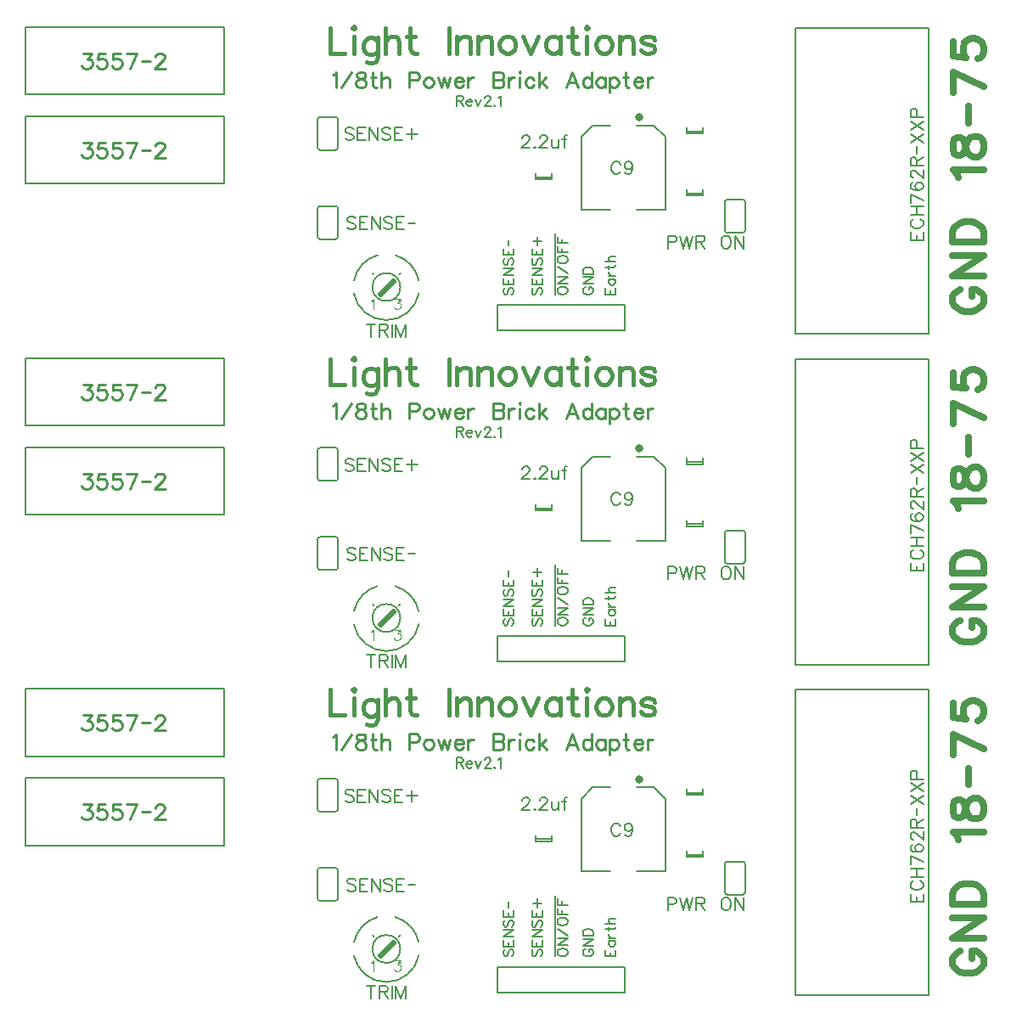
<source format=gto>
G04 DipTrace 3.2.0.1*
G04 TopSilk.GTO*
%MOIN*%
G04 #@! TF.FileFunction,Legend,Top*
G04 #@! TF.Part,Single*
%ADD10C,0.007874*%
%ADD27C,0.006*%
%ADD31C,0.024*%
%ADD38C,0.031482*%
%ADD78C,0.00772*%
%ADD79C,0.006176*%
%ADD80C,0.026247*%
%ADD81C,0.015439*%
%ADD82C,0.009264*%
%ADD84C,0.003281*%
%FSLAX26Y26*%
G04*
G70*
G90*
G75*
G01*
G04 TopSilk*
%LPD*%
X2141234Y663223D2*
D10*
X2078304D1*
X2141234Y655774D2*
X2078304D1*
X2141234D2*
Y679333D1*
X2078304Y655774D2*
Y679333D1*
X2735205Y844538D2*
X2672276D1*
X2735205Y837089D2*
X2672276D1*
X2735205D2*
Y860648D1*
X2672276Y837089D2*
Y860648D1*
X2735205Y600787D2*
X2672276D1*
X2735205Y593339D2*
X2672276D1*
X2735205D2*
Y616898D1*
X2672276Y593339D2*
Y616898D1*
X2428762Y62498D2*
X1928718D1*
Y162500D1*
X2428762D1*
Y62498D1*
X72688Y1253248D2*
X852609D1*
Y988287D1*
X72688D1*
Y1253248D1*
X1301220Y891252D2*
D27*
Y781246D1*
X1221220Y891252D2*
G02X1231220Y901249I9992J5D01*
G01*
Y771249D2*
G02X1221220Y781246I-8J9992D01*
G01*
X1291220Y771249D2*
G03X1301220Y781246I8J9992D01*
G01*
Y891252D2*
G03X1291220Y901249I-9992J5D01*
G01*
X1231220D1*
X1291220Y771249D2*
X1231220D1*
X1221220Y781246D2*
Y891252D1*
X1301220Y541254D2*
Y431248D1*
X1221220Y541254D2*
G02X1231220Y551251I9992J5D01*
G01*
Y421251D2*
G02X1221220Y431248I-8J9992D01*
G01*
X1291220Y421251D2*
G03X1301220Y431248I8J9992D01*
G01*
Y541254D2*
G03X1291220Y551251I-9992J5D01*
G01*
X1231220D1*
X1291220Y421251D2*
X1231220D1*
X1221220Y431248D2*
Y541254D1*
X2899991Y566254D2*
Y456248D1*
X2819991Y566254D2*
G02X2829991Y576251I9992J5D01*
G01*
Y446251D2*
G02X2819991Y456248I-8J9992D01*
G01*
X2889991Y446251D2*
G03X2899991Y456248I8J9992D01*
G01*
Y566254D2*
G03X2889991Y576251I-9992J5D01*
G01*
X2829991D1*
X2889991Y446251D2*
X2829991D1*
X2819991Y456248D2*
Y566254D1*
X1466234Y207819D2*
D31*
X1516246Y257832D1*
X1541226Y282812D2*
D27*
X1546238Y287823D1*
X1441254Y282812D2*
X1436242Y287823D1*
X1441254Y182839D2*
X1436242Y177827D1*
X1541226Y182839D2*
X1546238Y177827D1*
X1363756Y207318D2*
G03X1491240Y102835I127413J25446D01*
G01*
G03X1618909Y208294I3J130005D01*
G01*
X1364151Y259283D2*
G02X1456237Y357831I127066J-26436D01*
G01*
X1526244D2*
G02X1618329Y259283I-34980J-124984D01*
G01*
X1436242Y232825D2*
G02X1436242Y232825I54998J0D01*
G01*
X72688Y903248D2*
D10*
X852609D1*
Y638287D1*
X72688D1*
Y903248D1*
X3097491Y50000D2*
X3622491D1*
Y1250000D1*
X3097491D1*
Y50000D1*
X2587236Y821998D2*
Y536800D1*
X2542356Y866922D2*
X2587236Y821998D1*
X2257236D2*
Y536800D1*
X2302116Y866922D2*
X2257236Y821998D1*
X2473419Y866922D2*
X2542356D1*
X2302116D2*
X2371053D1*
X2473419Y536800D2*
X2587236D1*
X2257236D2*
X2371053D1*
D38*
X2485233Y898721D3*
X2024776Y816283D2*
D78*
Y818660D1*
X2027153Y823468D1*
X2029529Y825845D1*
X2034338Y828222D1*
X2043899D1*
X2048652Y825845D1*
X2051029Y823468D1*
X2053461Y818660D1*
Y813907D1*
X2051029Y809098D1*
X2046276Y801969D1*
X2022344Y778037D1*
X2055837D1*
X2073653Y782845D2*
X2071277Y780413D1*
X2073653Y778037D1*
X2076085Y780413D1*
X2073653Y782845D1*
X2093956Y816283D2*
Y818660D1*
X2096333Y823468D1*
X2098709Y825845D1*
X2103518Y828222D1*
X2113080D1*
X2117833Y825845D1*
X2120209Y823468D1*
X2122641Y818660D1*
Y813907D1*
X2120209Y809098D1*
X2115456Y801969D1*
X2091524Y778037D1*
X2125018D1*
X2140457Y811530D2*
Y787599D1*
X2142834Y780469D1*
X2147642Y778037D1*
X2154827D1*
X2159580Y780469D1*
X2166765Y787599D1*
Y811530D2*
Y778037D1*
X2201328Y828277D2*
X2196575D1*
X2191766Y825900D1*
X2189390Y818715D1*
Y778037D1*
X2182205Y811530D2*
X2198951D1*
X1363287Y852287D2*
X1358534Y857096D1*
X1351349Y859472D1*
X1341787D1*
X1334602Y857096D1*
X1329793Y852287D1*
Y847534D1*
X1332225Y842726D1*
X1334602Y840349D1*
X1339355Y837973D1*
X1353725Y833164D1*
X1358534Y830788D1*
X1360910Y828356D1*
X1363287Y823602D1*
Y816417D1*
X1358534Y811664D1*
X1351349Y809232D1*
X1341787D1*
X1334602Y811664D1*
X1329793Y816417D1*
X1409787Y859472D2*
X1378726D1*
Y809232D1*
X1409787D1*
X1378726Y835541D2*
X1397849D1*
X1458720Y859472D2*
Y809232D1*
X1425227Y859472D1*
Y809232D1*
X1507653Y852287D2*
X1502899Y857096D1*
X1495714Y859472D1*
X1486153D1*
X1478968Y857096D1*
X1474159Y852287D1*
Y847534D1*
X1476591Y842726D1*
X1478968Y840349D1*
X1483721Y837973D1*
X1498091Y833164D1*
X1502899Y830788D1*
X1505276Y828356D1*
X1507653Y823602D1*
Y816417D1*
X1502899Y811664D1*
X1495714Y809232D1*
X1486153D1*
X1478968Y811664D1*
X1474159Y816417D1*
X1554153Y859472D2*
X1523092D1*
Y809232D1*
X1554153D1*
X1523092Y835541D2*
X1542215D1*
X1591092Y855852D2*
Y812797D1*
X1569593Y834297D2*
X1612648D1*
X1370997Y502289D2*
X1366244Y507097D1*
X1359059Y509474D1*
X1349497D1*
X1342312Y507097D1*
X1337503Y502289D1*
Y497536D1*
X1339935Y492727D1*
X1342312Y490350D1*
X1347065Y487974D1*
X1361435Y483165D1*
X1366244Y480789D1*
X1368620Y478357D1*
X1370997Y473604D1*
Y466419D1*
X1366244Y461666D1*
X1359059Y459234D1*
X1349497D1*
X1342312Y461666D1*
X1337503Y466419D1*
X1417498Y509474D2*
X1386436D1*
Y459234D1*
X1417498D1*
X1386436Y485542D2*
X1405559D1*
X1466430Y509474D2*
Y459234D1*
X1432937Y509474D1*
Y459234D1*
X1515363Y502289D2*
X1510610Y507097D1*
X1503424Y509474D1*
X1493863D1*
X1486678Y507097D1*
X1481869Y502289D1*
Y497536D1*
X1484301Y492727D1*
X1486678Y490350D1*
X1491431Y487974D1*
X1505801Y483165D1*
X1510610Y480789D1*
X1512986Y478357D1*
X1515363Y473604D1*
Y466419D1*
X1510610Y461666D1*
X1503424Y459234D1*
X1493863D1*
X1486678Y461666D1*
X1481869Y466419D1*
X1561863Y509474D2*
X1530802D1*
Y459234D1*
X1561863D1*
X1530802Y485542D2*
X1549925D1*
X1577303Y484326D2*
X1604937D1*
X2596517Y408165D2*
X2618072D1*
X2625202Y410542D1*
X2627634Y412974D1*
X2630010Y417727D1*
Y424912D1*
X2627634Y429665D1*
X2625202Y432097D1*
X2618072Y434474D1*
X2596517D1*
Y384234D1*
X2645449Y434474D2*
X2657443Y384234D1*
X2669381Y434474D1*
X2681319Y384234D1*
X2693313Y434474D1*
X2708752Y410542D2*
X2730252D1*
X2737437Y412974D1*
X2739869Y415350D1*
X2742245Y420104D1*
Y424912D1*
X2739869Y429665D1*
X2737437Y432097D1*
X2730252Y434474D1*
X2708752D1*
Y384234D1*
X2725499Y410542D2*
X2742245Y384234D1*
X2820656Y434474D2*
X2815847Y432097D1*
X2811094Y427289D1*
X2808662Y422536D1*
X2806286Y415350D1*
Y403357D1*
X2808662Y396227D1*
X2811094Y391419D1*
X2815847Y386666D1*
X2820656Y384234D1*
X2830217D1*
X2834971Y386666D1*
X2839779Y391419D1*
X2842156Y396227D1*
X2844532Y403357D1*
Y415350D1*
X2842156Y422536D1*
X2839779Y427289D1*
X2834971Y432097D1*
X2830217Y434474D1*
X2820656D1*
X2893465D2*
Y384234D1*
X2859971Y434474D1*
Y384234D1*
X1432211Y87938D2*
Y37698D1*
X1415465Y87938D2*
X1448958D1*
X1464397Y64007D2*
X1485897D1*
X1493082Y66438D1*
X1495514Y68815D1*
X1497891Y73568D1*
Y78377D1*
X1495514Y83130D1*
X1493082Y85562D1*
X1485897Y87938D1*
X1464397D1*
Y37698D1*
X1481144Y64007D2*
X1497891Y37698D1*
X1513330Y87938D2*
Y37698D1*
X1567016D2*
Y87938D1*
X1547892Y37698D1*
X1528769Y87938D1*
Y37698D1*
X3549268Y448825D2*
Y417763D1*
X3599508D1*
Y448825D1*
X3573199Y417763D2*
Y436887D1*
X3561206Y500134D2*
X3556453Y497757D1*
X3551644Y492949D1*
X3549268Y488196D1*
Y478634D1*
X3551644Y473826D1*
X3556453Y469073D1*
X3561206Y466641D1*
X3568391Y464264D1*
X3580385D1*
X3587514Y466641D1*
X3592323Y469072D1*
X3597076Y473826D1*
X3599508Y478634D1*
Y488196D1*
X3597076Y492949D1*
X3592323Y497757D1*
X3587514Y500134D1*
X3549268Y515573D2*
X3599508D1*
X3549268Y549067D2*
X3599508Y549066D1*
X3573199Y515573D2*
Y549067D1*
X3599508Y574067D2*
X3549323Y597999D1*
Y564506D1*
X3556453Y642123D2*
X3551700Y639747D1*
X3549323Y632562D1*
Y627808D1*
X3551700Y620623D1*
X3558885Y615815D1*
X3570823Y613438D1*
X3582761D1*
X3592323Y615815D1*
X3597131Y620623D1*
X3599508Y627808D1*
Y630185D1*
X3597131Y637315D1*
X3592323Y642123D1*
X3585138Y644500D1*
X3582761D1*
X3575576Y642123D1*
X3570823Y637315D1*
X3568446Y630185D1*
Y627808D1*
X3570823Y620623D1*
X3575576Y615815D1*
X3582761Y613438D1*
X3561261Y662371D2*
X3558885D1*
X3554076Y664748D1*
X3551700Y667124D1*
X3549323Y671933D1*
Y681494D1*
X3551700Y686247D1*
X3554076Y688624D1*
X3558885Y691056D1*
X3563638D1*
X3568446Y688624D1*
X3575576Y683871D1*
X3599508Y659939D1*
Y693432D1*
X3573199Y708872D2*
Y730371D1*
X3570768Y737557D1*
X3568391Y739988D1*
X3563638Y742365D1*
X3558829D1*
X3554076Y739988D1*
X3551644Y737557D1*
X3549268Y730371D1*
Y708872D1*
X3599508D1*
X3573199Y725618D2*
X3599508Y742365D1*
X3574415Y757804D2*
Y785439D1*
X3549268Y800878D2*
X3599508Y834372D1*
X3549268D2*
X3599508Y800878D1*
X3549268Y849811D2*
X3599508Y883304D1*
X3549268D2*
X3599508Y849811D1*
X3575576Y898743D2*
Y920299D1*
X3573199Y927428D1*
X3570768Y929860D1*
X3566014Y932237D1*
X3558829D1*
X3554076Y929860D1*
X3551644Y927428D1*
X3549268Y920299D1*
Y898743D1*
X3599508D1*
X2410644Y714209D2*
X2408267Y718962D1*
X2403459Y723770D1*
X2398706Y726147D1*
X2389144D1*
X2384336Y723770D1*
X2379582Y718962D1*
X2377151Y714209D1*
X2374774Y707024D1*
Y695030D1*
X2377151Y687900D1*
X2379582Y683092D1*
X2384336Y678339D1*
X2389144Y675907D1*
X2398706D1*
X2403459Y678339D1*
X2408267Y683092D1*
X2410644Y687900D1*
X2457200Y709400D2*
X2454768Y702215D1*
X2450015Y697407D1*
X2442830Y695030D1*
X2440453D1*
X2433268Y697407D1*
X2428515Y702215D1*
X2426083Y709400D1*
Y711777D1*
X2428515Y718962D1*
X2433268Y723715D1*
X2440453Y726092D1*
X2442830D1*
X2450015Y723715D1*
X2454768Y718962D1*
X2457200Y709400D1*
Y697407D1*
X2454768Y685469D1*
X2450015Y678284D1*
X2442830Y675907D1*
X2438077D1*
X2430892Y678284D1*
X2428515Y683092D1*
X1956396Y230645D2*
D79*
X1952550Y226843D1*
X1950648Y221095D1*
Y213445D1*
X1952550Y207697D1*
X1956396Y203850D1*
X1960199D1*
X1964046Y205796D1*
X1965947Y207697D1*
X1967848Y211500D1*
X1971695Y222996D1*
X1973596Y226843D1*
X1975542Y228744D1*
X1979344Y230645D1*
X1985092D1*
X1988895Y226842D1*
X1990840Y221094D1*
Y213445D1*
X1988895Y207697D1*
X1985092Y203850D1*
X1950648Y267846D2*
Y242996D1*
X1990840D1*
Y267846D1*
X1969794Y242996D2*
Y258295D1*
X1950648Y306992D2*
X1990840D1*
X1950648Y280197D1*
X1990840D1*
X1956396Y346138D2*
X1952550Y342335D1*
X1950648Y336587D1*
Y328938D1*
X1952550Y323190D1*
X1956396Y319343D1*
X1960199D1*
X1964046Y321289D1*
X1965947Y323190D1*
X1967848Y326992D1*
X1971695Y338488D1*
X1973596Y342335D1*
X1975542Y344236D1*
X1979344Y346138D1*
X1985092D1*
X1988895Y342335D1*
X1990840Y336587D1*
Y328938D1*
X1988895Y323190D1*
X1985092Y319343D1*
X1950648Y383338D2*
Y358489D1*
X1990840D1*
Y383338D1*
X1969794Y358489D2*
Y373788D1*
X1970766Y395690D2*
Y417797D1*
X2068896Y230645D2*
X2065050Y226843D1*
X2063148Y221095D1*
Y213445D1*
X2065050Y207697D1*
X2068896Y203850D1*
X2072699D1*
X2076546Y205796D1*
X2078447Y207697D1*
X2080348Y211500D1*
X2084195Y222996D1*
X2086096Y226843D1*
X2088042Y228744D1*
X2091844Y230645D1*
X2097592D1*
X2101395Y226842D1*
X2103340Y221094D1*
Y213445D1*
X2101395Y207697D1*
X2097592Y203850D1*
X2063148Y267846D2*
Y242996D1*
X2103340D1*
Y267846D1*
X2082294Y242996D2*
Y258295D1*
X2063148Y306992D2*
X2103340D1*
X2063148Y280197D1*
X2103340D1*
X2068896Y346138D2*
X2065050Y342335D1*
X2063148Y336587D1*
Y328938D1*
X2065050Y323190D1*
X2068896Y319343D1*
X2072699D1*
X2076546Y321289D1*
X2078447Y323190D1*
X2080348Y326992D1*
X2084195Y338488D1*
X2086096Y342335D1*
X2088042Y344236D1*
X2091844Y346138D1*
X2097592D1*
X2101395Y342335D1*
X2103340Y336587D1*
Y328938D1*
X2101395Y323190D1*
X2097592Y319343D1*
X2063148Y383338D2*
Y358489D1*
X2103340D1*
Y383338D1*
X2082294Y358489D2*
Y373788D1*
X2066044Y412890D2*
X2100488D1*
X2083289Y395690D2*
Y430134D1*
X2163148Y215347D2*
X2165050Y211500D1*
X2168896Y207697D1*
X2172699Y205752D1*
X2178447Y203850D1*
X2188042D1*
X2193746Y205752D1*
X2197592Y207697D1*
X2201395Y211500D1*
X2203340Y215346D1*
Y222996D1*
X2201395Y226798D1*
X2197592Y230645D1*
X2193746Y232546D1*
X2188042Y234448D1*
X2178447D1*
X2172699Y232546D1*
X2168896Y230645D1*
X2165050Y226798D1*
X2163148Y222996D1*
Y215347D1*
Y273594D2*
X2203340D1*
X2163148Y246799D1*
X2203340D1*
Y285945D2*
X2163193Y312740D1*
X2163148Y336587D2*
X2165050Y332740D1*
X2168896Y328938D1*
X2172699Y326992D1*
X2178447Y325091D1*
X2188042D1*
X2193746Y326992D1*
X2197592Y328938D1*
X2201395Y332740D1*
X2203340Y336587D1*
Y344236D1*
X2201395Y348039D1*
X2197592Y351886D1*
X2193746Y353787D1*
X2188042Y355688D1*
X2178447D1*
X2172699Y353787D1*
X2168896Y351886D1*
X2165050Y348039D1*
X2163148Y344236D1*
Y336587D1*
Y392933D2*
Y368040D1*
X2203340D1*
X2182294D2*
Y383338D1*
X2163148Y430178D2*
Y405284D1*
X2203340D1*
X2182294D2*
Y420583D1*
X2152669Y203850D2*
Y442529D1*
X2272699Y232546D2*
X2268896Y230645D1*
X2265050Y226798D1*
X2263148Y222996D1*
Y215347D1*
X2265050Y211500D1*
X2268896Y207697D1*
X2272699Y205752D1*
X2278447Y203850D1*
X2288042D1*
X2293746Y205752D1*
X2297592Y207697D1*
X2301395Y211500D1*
X2303340Y215346D1*
Y222996D1*
X2301395Y226798D1*
X2297592Y230645D1*
X2293746Y232546D1*
X2288042D1*
Y222996D1*
X2263148Y271692D2*
X2303340D1*
X2263148Y244898D1*
X2303340D1*
X2263148Y284044D2*
X2303340D1*
Y297441D1*
X2301395Y303189D1*
X2297592Y307036D1*
X2293746Y308937D1*
X2288042Y310838D1*
X2278447D1*
X2272699Y308937D1*
X2268896Y307036D1*
X2265050Y303189D1*
X2263148Y297441D1*
Y284044D1*
X3738833Y662629D2*
D80*
X3732996Y674169D1*
X3715885Y691413D1*
X3836328D1*
X3715885Y772558D2*
X3721589Y755447D1*
X3732996Y749610D1*
X3744537D1*
X3755944Y755447D1*
X3761781Y766854D1*
X3767485Y789802D1*
X3773188Y807046D1*
X3784729Y818454D1*
X3796136Y824158D1*
X3813380D1*
X3824788Y818454D1*
X3830625Y812750D1*
X3836328Y795506D1*
Y772558D1*
X3830625Y755447D1*
X3824788Y749610D1*
X3813380Y743906D1*
X3796136D1*
X3784729Y749610D1*
X3773188Y761151D1*
X3767485Y778262D1*
X3761781Y801210D1*
X3755944Y812750D1*
X3744537Y818454D1*
X3732996D1*
X3721589Y812750D1*
X3715885Y795506D1*
Y772558D1*
X3776107Y876651D2*
Y942975D1*
X3836328Y1018416D2*
X3715885Y1075852D1*
Y995468D1*
Y1197189D2*
Y1139886D1*
X3767485Y1134182D1*
X3761781Y1139886D1*
X3755944Y1157130D1*
Y1174241D1*
X3761781Y1191485D1*
X3773188Y1203026D1*
X3790432Y1208730D1*
X3801840D1*
X3819084Y1203026D1*
X3830624Y1191485D1*
X3836328Y1174241D1*
Y1157130D1*
X3830624Y1139886D1*
X3824788Y1134182D1*
X3813380Y1128346D1*
X3744404Y223474D2*
X3732996Y217770D1*
X3721456Y206230D1*
X3715752Y194822D1*
Y171874D1*
X3721456Y160334D1*
X3732996Y148926D1*
X3744404Y143090D1*
X3761648Y137386D1*
X3790432D1*
X3807544Y143090D1*
X3819084Y148926D1*
X3830492Y160334D1*
X3836328Y171874D1*
Y194822D1*
X3830492Y206230D1*
X3819084Y217770D1*
X3807544Y223474D1*
X3790433D1*
Y194822D1*
X3715752Y356351D2*
X3836328D1*
X3715752Y275967D1*
X3836328D1*
X3715752Y408845D2*
X3836328D1*
Y449037D1*
X3830492Y466281D1*
X3819084Y477821D1*
X3807544Y483525D1*
X3790432Y489229D1*
X3761648D1*
X3744404Y483525D1*
X3732996Y477821D1*
X3721456Y466281D1*
X3715752Y449037D1*
Y408845D1*
X1270872Y1250420D2*
D81*
Y1149940D1*
X1328242D1*
X1359120Y1250420D2*
X1363873Y1245667D1*
X1368737Y1250420D1*
X1363873Y1255284D1*
X1359120Y1250420D1*
X1363873Y1216927D2*
Y1149940D1*
X1456985Y1212173D2*
Y1135570D1*
X1452232Y1121310D1*
X1447479Y1116447D1*
X1437862Y1111693D1*
X1423492D1*
X1413986Y1116447D1*
X1456985Y1197803D2*
X1447479Y1207310D1*
X1437862Y1212173D1*
X1423492D1*
X1413986Y1207310D1*
X1404369Y1197803D1*
X1399616Y1183433D1*
Y1173816D1*
X1404369Y1159557D1*
X1413986Y1149940D1*
X1423492Y1145187D1*
X1437862D1*
X1447479Y1149940D1*
X1456985Y1159557D1*
X1487864Y1250420D2*
Y1149940D1*
Y1197803D2*
X1502234Y1212173D1*
X1511851Y1216927D1*
X1526221D1*
X1535727Y1212173D1*
X1540480Y1197803D1*
Y1149940D1*
X1585729Y1250420D2*
Y1169063D1*
X1590482Y1154804D1*
X1600099Y1149940D1*
X1609605D1*
X1571359Y1216927D2*
X1604852D1*
X1737686Y1250420D2*
Y1149940D1*
X1768564Y1216927D2*
Y1149940D1*
Y1197803D2*
X1782934Y1212173D1*
X1792551Y1216927D1*
X1806811D1*
X1816428Y1212173D1*
X1821181Y1197803D1*
Y1149940D1*
X1852059Y1216927D2*
Y1149940D1*
Y1197803D2*
X1866429Y1212173D1*
X1876046Y1216927D1*
X1890306D1*
X1899923Y1212173D1*
X1904676Y1197803D1*
Y1149940D1*
X1959431Y1216927D2*
X1949925Y1212173D1*
X1940308Y1202556D1*
X1935554Y1188186D1*
Y1178680D1*
X1940308Y1164310D1*
X1949925Y1154804D1*
X1959431Y1149940D1*
X1973801D1*
X1983418Y1154804D1*
X1992924Y1164310D1*
X1997788Y1178680D1*
Y1188186D1*
X1992924Y1202556D1*
X1983418Y1212173D1*
X1973801Y1216927D1*
X1959431D1*
X2028666D2*
X2057407Y1149940D1*
X2086036Y1216927D1*
X2174285D2*
Y1149940D1*
Y1202556D2*
X2164778Y1212173D1*
X2155161Y1216927D1*
X2140902D1*
X2131285Y1212173D1*
X2121778Y1202556D1*
X2116915Y1188186D1*
Y1178680D1*
X2121778Y1164310D1*
X2131285Y1154804D1*
X2140902Y1149940D1*
X2155161D1*
X2164778Y1154804D1*
X2174285Y1164310D1*
X2219533Y1250420D2*
Y1169063D1*
X2224286Y1154804D1*
X2233903Y1149940D1*
X2243410D1*
X2205163Y1216927D2*
X2238656D1*
X2274288Y1250420D2*
X2279041Y1245667D1*
X2283905Y1250420D1*
X2279041Y1255284D1*
X2274288Y1250420D1*
X2279041Y1216927D2*
Y1149940D1*
X2338660Y1216927D2*
X2329153Y1212173D1*
X2319537Y1202556D1*
X2314783Y1188186D1*
Y1178680D1*
X2319537Y1164310D1*
X2329153Y1154804D1*
X2338660Y1149940D1*
X2353030D1*
X2362647Y1154804D1*
X2372153Y1164310D1*
X2377017Y1178680D1*
Y1188186D1*
X2372153Y1202556D1*
X2362647Y1212173D1*
X2353030Y1216927D1*
X2338660D1*
X2407895D2*
Y1149940D1*
Y1197803D2*
X2422265Y1212173D1*
X2431882Y1216927D1*
X2446142D1*
X2455759Y1212173D1*
X2460512Y1197803D1*
Y1149940D1*
X2544007Y1202556D2*
X2539254Y1212173D1*
X2524884Y1216927D1*
X2510514D1*
X2496144Y1212173D1*
X2491390Y1202556D1*
X2496144Y1193050D1*
X2505761Y1188186D1*
X2529637Y1183433D1*
X2539254Y1178680D1*
X2544007Y1169063D1*
Y1164310D1*
X2539254Y1154804D1*
X2524884Y1149940D1*
X2510514D1*
X2496144Y1154804D1*
X2491390Y1164310D1*
X1280284Y1064947D2*
D82*
X1286054Y1067865D1*
X1294676Y1076421D1*
Y1016199D1*
X1313203D2*
X1353395Y1076421D1*
X1386248D2*
X1377693Y1073569D1*
X1374774Y1067865D1*
Y1062095D1*
X1377693Y1056391D1*
X1383396Y1053473D1*
X1394870Y1050621D1*
X1403492Y1047769D1*
X1409196Y1041999D1*
X1412048Y1036295D1*
Y1027673D1*
X1409196Y1021969D1*
X1406344Y1019051D1*
X1397722Y1016199D1*
X1386248D1*
X1377693Y1019051D1*
X1374774Y1021969D1*
X1371922Y1027673D1*
Y1036295D1*
X1374774Y1041999D1*
X1380544Y1047769D1*
X1389100Y1050621D1*
X1400574Y1053473D1*
X1406344Y1056391D1*
X1409196Y1062095D1*
Y1067865D1*
X1406344Y1073569D1*
X1397722Y1076421D1*
X1386248D1*
X1439197Y1076487D2*
Y1027673D1*
X1442049Y1019117D1*
X1447819Y1016199D1*
X1453523D1*
X1430575Y1056391D2*
X1450671D1*
X1472050Y1076487D2*
Y1016199D1*
Y1044917D2*
X1480672Y1053539D1*
X1486442Y1056391D1*
X1495064D1*
X1500768Y1053539D1*
X1503620Y1044917D1*
Y1016199D1*
X1580468Y1044917D2*
X1606335D1*
X1614890Y1047769D1*
X1617808Y1050687D1*
X1620660Y1056391D1*
Y1065013D1*
X1617808Y1070717D1*
X1614890Y1073635D1*
X1606335Y1076487D1*
X1580468D1*
Y1016199D1*
X1653513Y1056391D2*
X1647810Y1053539D1*
X1642039Y1047769D1*
X1639187Y1039147D1*
Y1033443D1*
X1642039Y1024821D1*
X1647810Y1019117D1*
X1653513Y1016199D1*
X1662135D1*
X1667906Y1019117D1*
X1673609Y1024821D1*
X1676528Y1033443D1*
Y1039147D1*
X1673609Y1047769D1*
X1667906Y1053539D1*
X1662135Y1056391D1*
X1653513D1*
X1695055D2*
X1706529Y1016199D1*
X1718003Y1056391D1*
X1729477Y1016199D1*
X1740950Y1056391D1*
X1759478Y1039147D2*
X1793899D1*
Y1044917D1*
X1791048Y1050687D1*
X1788196Y1053539D1*
X1782426Y1056391D1*
X1773803D1*
X1768100Y1053539D1*
X1762330Y1047769D1*
X1759478Y1039147D1*
Y1033443D1*
X1762330Y1024821D1*
X1768100Y1019117D1*
X1773803Y1016199D1*
X1782426D1*
X1788196Y1019117D1*
X1793899Y1024821D1*
X1812427Y1056391D2*
Y1016199D1*
Y1039147D2*
X1815345Y1047769D1*
X1821049Y1053539D1*
X1826819Y1056391D1*
X1835441D1*
X1912289Y1076487D2*
Y1016199D1*
X1938155D1*
X1946777Y1019117D1*
X1949629Y1021969D1*
X1952481Y1027673D1*
Y1036295D1*
X1949629Y1042065D1*
X1946777Y1044917D1*
X1938155Y1047769D1*
X1946777Y1050687D1*
X1949629Y1053539D1*
X1952481Y1059243D1*
Y1065013D1*
X1949629Y1070717D1*
X1946777Y1073635D1*
X1938155Y1076487D1*
X1912289D1*
Y1047769D2*
X1938155D1*
X1971008Y1056391D2*
Y1016199D1*
Y1039147D2*
X1973926Y1047769D1*
X1979630Y1053539D1*
X1985400Y1056391D1*
X1994022D1*
X2012549Y1076487D2*
X2015401Y1073635D1*
X2018320Y1076487D1*
X2015401Y1079405D1*
X2012549Y1076487D1*
X2015401Y1056391D2*
Y1016199D1*
X2071335Y1047769D2*
X2065565Y1053539D1*
X2059795Y1056391D1*
X2051239D1*
X2045469Y1053539D1*
X2039765Y1047769D1*
X2036847Y1039147D1*
Y1033443D1*
X2039765Y1024821D1*
X2045469Y1019117D1*
X2051239Y1016199D1*
X2059795D1*
X2065565Y1019117D1*
X2071335Y1024821D1*
X2089862Y1076487D2*
Y1016199D1*
X2118580Y1056391D2*
X2089862Y1027673D1*
X2101336Y1039147D2*
X2121432Y1016199D1*
X2244242D2*
X2221228Y1076487D1*
X2198280Y1016199D1*
X2206902Y1036295D2*
X2235620D1*
X2297191Y1076487D2*
Y1016199D1*
Y1047769D2*
X2291488Y1053539D1*
X2285717Y1056391D1*
X2277095D1*
X2271391Y1053539D1*
X2265621Y1047769D1*
X2262769Y1039147D1*
Y1033443D1*
X2265621Y1024821D1*
X2271391Y1019117D1*
X2277095Y1016199D1*
X2285717D1*
X2291488Y1019117D1*
X2297191Y1024821D1*
X2350140Y1056391D2*
Y1016199D1*
Y1047769D2*
X2344436Y1053539D1*
X2338666Y1056391D1*
X2330111D1*
X2324340Y1053539D1*
X2318637Y1047769D1*
X2315718Y1039147D1*
Y1033443D1*
X2318637Y1024821D1*
X2324340Y1019117D1*
X2330111Y1016199D1*
X2338666D1*
X2344436Y1019117D1*
X2350140Y1024821D1*
X2368667Y1056391D2*
Y996103D1*
Y1047769D2*
X2374438Y1053473D1*
X2380141Y1056391D1*
X2388763D1*
X2394534Y1053473D1*
X2400237Y1047769D1*
X2403156Y1039147D1*
Y1033377D1*
X2400237Y1024821D1*
X2394534Y1019051D1*
X2388763Y1016199D1*
X2380141D1*
X2374438Y1019051D1*
X2368667Y1024821D1*
X2430305Y1076487D2*
Y1027673D1*
X2433157Y1019117D1*
X2438927Y1016199D1*
X2444631D1*
X2421683Y1056391D2*
X2441779D1*
X2463158Y1039147D2*
X2497580D1*
Y1044917D1*
X2494728Y1050687D1*
X2491876Y1053539D1*
X2486106Y1056391D1*
X2477484D1*
X2471780Y1053539D1*
X2466010Y1047769D1*
X2463158Y1039147D1*
Y1033443D1*
X2466010Y1024821D1*
X2471780Y1019117D1*
X2477484Y1016199D1*
X2486106D1*
X2491876Y1019117D1*
X2497580Y1024821D1*
X2516107Y1056391D2*
Y1016199D1*
Y1039147D2*
X2519025Y1047769D1*
X2524729Y1053539D1*
X2530499Y1056391D1*
X2539121D1*
X1766240Y964125D2*
D79*
X1783440D1*
X1789188Y966070D1*
X1791133Y967972D1*
X1793035Y971774D1*
Y975621D1*
X1791133Y979424D1*
X1789188Y981369D1*
X1783440Y983270D1*
X1766240D1*
Y943078D1*
X1779637Y964125D2*
X1793035Y943078D1*
X1805386Y958377D2*
X1828334D1*
Y962224D1*
X1826433Y966070D1*
X1824532Y967972D1*
X1820685Y969873D1*
X1814937D1*
X1811134Y967972D1*
X1807287Y964125D1*
X1805386Y958377D1*
Y954574D1*
X1807287Y948826D1*
X1811134Y945024D1*
X1814937Y943078D1*
X1820685D1*
X1824532Y945024D1*
X1828334Y948826D1*
X1840685Y969873D2*
X1852182Y943078D1*
X1863633Y969873D1*
X1877930Y973676D2*
Y975577D1*
X1879832Y979424D1*
X1881733Y981325D1*
X1885580Y983226D1*
X1893229D1*
X1897031Y981325D1*
X1898933Y979424D1*
X1900878Y975577D1*
Y971774D1*
X1898933Y967927D1*
X1895130Y962224D1*
X1875985Y943078D1*
X1902779D1*
X1917032Y946925D2*
X1915131Y944980D1*
X1917032Y943078D1*
X1918978Y944980D1*
X1917032Y946925D1*
X1931329Y975577D2*
X1935176Y977522D1*
X1940924Y983226D1*
Y943078D1*
X2350648Y228700D2*
Y203850D1*
X2390840D1*
Y228700D1*
X2369794Y203850D2*
Y219149D1*
X2364046Y263999D2*
X2390840D1*
X2369794D2*
X2365947Y260196D1*
X2364046Y256350D1*
Y250646D1*
X2365947Y246799D1*
X2369794Y242996D1*
X2375542Y241051D1*
X2379344D1*
X2385092Y242996D1*
X2388895Y246799D1*
X2390840Y250646D1*
Y256350D1*
X2388895Y260196D1*
X2385092Y263999D1*
X2364046Y276350D2*
X2390840D1*
X2375542D2*
X2369794Y278296D1*
X2365947Y282098D1*
X2364046Y285945D1*
Y291693D1*
X2350648Y309792D2*
X2383191D1*
X2388895Y311694D1*
X2390840Y315540D1*
Y319343D1*
X2364046Y304044D2*
Y317442D1*
X2350648Y331694D2*
X2390840D1*
X2371695D2*
X2365947Y337442D1*
X2364046Y341289D1*
Y347037D1*
X2365947Y350840D1*
X2371695Y352741D1*
X2390840D1*
X301624Y1150561D2*
D82*
X333127D1*
X315949Y1127613D1*
X324571D1*
X330275Y1124761D1*
X333127Y1121909D1*
X336045Y1113287D1*
Y1107583D1*
X333127Y1098961D1*
X327423Y1093191D1*
X318801Y1090339D1*
X310179D1*
X301624Y1093191D1*
X298772Y1096109D1*
X295853Y1101813D1*
X388994Y1150561D2*
X360343D1*
X357491Y1124761D1*
X360343Y1127613D1*
X368965Y1130531D1*
X377520D1*
X386142Y1127613D1*
X391913Y1121909D1*
X394764Y1113287D1*
Y1107583D1*
X391913Y1098961D1*
X386142Y1093191D1*
X377520Y1090339D1*
X368965D1*
X360343Y1093191D1*
X357491Y1096109D1*
X354572Y1101813D1*
X447713Y1150561D2*
X419062D1*
X416210Y1124761D1*
X419062Y1127613D1*
X427684Y1130531D1*
X436239D1*
X444862Y1127613D1*
X450632Y1121909D1*
X453484Y1113287D1*
Y1107583D1*
X450632Y1098961D1*
X444862Y1093191D1*
X436239Y1090339D1*
X427684D1*
X419062Y1093191D1*
X416210Y1096109D1*
X413292Y1101813D1*
X483485Y1090339D2*
X512203Y1150561D1*
X472011D1*
X530730Y1120450D2*
X563891D1*
X585337Y1136235D2*
Y1139087D1*
X588189Y1144857D1*
X591041Y1147709D1*
X596811Y1150561D1*
X608285D1*
X613989Y1147709D1*
X616840Y1144857D1*
X619759Y1139087D1*
Y1133383D1*
X616840Y1127613D1*
X611137Y1119057D1*
X582419Y1090339D1*
X622611D1*
X1525084Y186555D2*
D84*
X1546086D1*
X1534634Y171256D1*
X1540382D1*
X1544185Y169355D1*
X1546086Y167454D1*
X1548032Y161706D1*
Y157903D1*
X1546086Y152155D1*
X1542284Y148309D1*
X1536535Y146407D1*
X1530787D1*
X1525084Y148309D1*
X1523182Y150254D1*
X1521237Y154057D1*
X1431235Y178906D2*
X1435082Y180851D1*
X1440830Y186555D1*
Y146407D1*
X301624Y800561D2*
D82*
X333127D1*
X315949Y777613D1*
X324571D1*
X330275Y774761D1*
X333127Y771909D1*
X336045Y763287D1*
Y757583D1*
X333127Y748961D1*
X327423Y743191D1*
X318801Y740339D1*
X310179D1*
X301624Y743191D1*
X298772Y746109D1*
X295853Y751813D1*
X388994Y800561D2*
X360343D1*
X357491Y774761D1*
X360343Y777613D1*
X368965Y780531D1*
X377520D1*
X386142Y777613D1*
X391913Y771909D1*
X394764Y763287D1*
Y757583D1*
X391913Y748961D1*
X386142Y743191D1*
X377520Y740339D1*
X368965D1*
X360343Y743191D1*
X357491Y746109D1*
X354572Y751813D1*
X447713Y800561D2*
X419062D1*
X416210Y774761D1*
X419062Y777613D1*
X427684Y780531D1*
X436239D1*
X444862Y777613D1*
X450632Y771909D1*
X453484Y763287D1*
Y757583D1*
X450632Y748961D1*
X444862Y743191D1*
X436239Y740339D1*
X427684D1*
X419062Y743191D1*
X416210Y746109D1*
X413292Y751813D1*
X483485Y740339D2*
X512203Y800561D1*
X472011D1*
X530730Y770450D2*
X563891D1*
X585337Y786235D2*
Y789087D1*
X588189Y794857D1*
X591041Y797709D1*
X596811Y800561D1*
X608285D1*
X613989Y797709D1*
X616840Y794857D1*
X619759Y789087D1*
Y783383D1*
X616840Y777613D1*
X611137Y769057D1*
X582419Y740339D1*
X622611D1*
X2141234Y1962436D2*
D10*
X2078304D1*
X2141234Y1954987D2*
X2078304D1*
X2141234D2*
Y1978546D1*
X2078304Y1954987D2*
Y1978546D1*
X2735205Y2143751D2*
X2672276D1*
X2735205Y2136302D2*
X2672276D1*
X2735205D2*
Y2159861D1*
X2672276Y2136302D2*
Y2159861D1*
X2735205Y1900000D2*
X2672276D1*
X2735205Y1892551D2*
X2672276D1*
X2735205D2*
Y1916110D1*
X2672276Y1892551D2*
Y1916110D1*
X2428762Y1361711D2*
X1928718D1*
Y1461713D1*
X2428762D1*
Y1361711D1*
X72688Y2552461D2*
X852609D1*
Y2287500D1*
X72688D1*
Y2552461D1*
X1301220Y2190465D2*
D27*
Y2080459D1*
X1221220Y2190465D2*
G02X1231220Y2200462I9992J5D01*
G01*
Y2070462D2*
G02X1221220Y2080459I-8J9992D01*
G01*
X1291220Y2070462D2*
G03X1301220Y2080459I8J9992D01*
G01*
Y2190465D2*
G03X1291220Y2200462I-9992J5D01*
G01*
X1231220D1*
X1291220Y2070462D2*
X1231220D1*
X1221220Y2080459D2*
Y2190465D1*
X1301220Y1840466D2*
Y1730460D1*
X1221220Y1840466D2*
G02X1231220Y1850463I9992J5D01*
G01*
Y1720463D2*
G02X1221220Y1730460I-8J9992D01*
G01*
X1291220Y1720463D2*
G03X1301220Y1730460I8J9992D01*
G01*
Y1840466D2*
G03X1291220Y1850463I-9992J5D01*
G01*
X1231220D1*
X1291220Y1720463D2*
X1231220D1*
X1221220Y1730460D2*
Y1840466D1*
X2899991Y1865466D2*
Y1755460D1*
X2819991Y1865466D2*
G02X2829991Y1875463I9992J5D01*
G01*
Y1745463D2*
G02X2819991Y1755460I-8J9992D01*
G01*
X2889991Y1745463D2*
G03X2899991Y1755460I8J9992D01*
G01*
Y1865466D2*
G03X2889991Y1875463I-9992J5D01*
G01*
X2829991D1*
X2889991Y1745463D2*
X2829991D1*
X2819991Y1755460D2*
Y1865466D1*
X1466234Y1507032D2*
D31*
X1516246Y1557044D1*
X1541226Y1582024D2*
D27*
X1546238Y1587036D1*
X1441254Y1582024D2*
X1436242Y1587036D1*
X1441254Y1482052D2*
X1436242Y1477040D1*
X1541226Y1482052D2*
X1546238Y1477040D1*
X1363756Y1506531D2*
G03X1491240Y1402048I127413J25446D01*
G01*
G03X1618909Y1507507I3J130005D01*
G01*
X1364151Y1558495D2*
G02X1456237Y1657043I127066J-26436D01*
G01*
X1526244D2*
G02X1618329Y1558495I-34980J-124984D01*
G01*
X1436242Y1532038D2*
G02X1436242Y1532038I54998J0D01*
G01*
X72688Y2202461D2*
D10*
X852609D1*
Y1937500D1*
X72688D1*
Y2202461D1*
X3097491Y1349213D2*
X3622491D1*
Y2549213D1*
X3097491D1*
Y1349213D1*
X2587236Y2121211D2*
Y1836013D1*
X2542356Y2166134D2*
X2587236Y2121211D1*
X2257236D2*
Y1836013D1*
X2302116Y2166134D2*
X2257236Y2121211D1*
X2473419Y2166134D2*
X2542356D1*
X2302116D2*
X2371053D1*
X2473419Y1836013D2*
X2587236D1*
X2257236D2*
X2371053D1*
D38*
X2485233Y2197934D3*
X2024776Y2115496D2*
D78*
Y2117873D1*
X2027153Y2122681D1*
X2029529Y2125058D1*
X2034338Y2127434D1*
X2043899D1*
X2048652Y2125058D1*
X2051029Y2122681D1*
X2053461Y2117873D1*
Y2113119D1*
X2051029Y2108311D1*
X2046276Y2101181D1*
X2022344Y2077249D1*
X2055837D1*
X2073653Y2082058D2*
X2071277Y2079626D1*
X2073653Y2077249D1*
X2076085Y2079626D1*
X2073653Y2082058D1*
X2093956Y2115496D2*
Y2117873D1*
X2096333Y2122681D1*
X2098709Y2125058D1*
X2103518Y2127434D1*
X2113080D1*
X2117833Y2125058D1*
X2120209Y2122681D1*
X2122641Y2117873D1*
Y2113119D1*
X2120209Y2108311D1*
X2115456Y2101181D1*
X2091524Y2077249D1*
X2125018D1*
X2140457Y2110743D2*
Y2086811D1*
X2142834Y2079681D1*
X2147642Y2077249D1*
X2154827D1*
X2159580Y2079681D1*
X2166765Y2086811D1*
Y2110743D2*
Y2077249D1*
X2201328Y2127489D2*
X2196575D1*
X2191766Y2125113D1*
X2189390Y2117928D1*
Y2077249D1*
X2182205Y2110743D2*
X2198951D1*
X1363287Y2151500D2*
X1358534Y2156308D1*
X1351349Y2158685D1*
X1341787D1*
X1334602Y2156308D1*
X1329793Y2151500D1*
Y2146747D1*
X1332225Y2141938D1*
X1334602Y2139562D1*
X1339355Y2137185D1*
X1353725Y2132377D1*
X1358534Y2130000D1*
X1360910Y2127568D1*
X1363287Y2122815D1*
Y2115630D1*
X1358534Y2110877D1*
X1351349Y2108445D1*
X1341787D1*
X1334602Y2110877D1*
X1329793Y2115630D1*
X1409787Y2158685D2*
X1378726D1*
Y2108445D1*
X1409787D1*
X1378726Y2134753D2*
X1397849D1*
X1458720Y2158685D2*
Y2108445D1*
X1425227Y2158685D1*
Y2108445D1*
X1507653Y2151500D2*
X1502899Y2156308D1*
X1495714Y2158685D1*
X1486153D1*
X1478968Y2156308D1*
X1474159Y2151500D1*
Y2146747D1*
X1476591Y2141938D1*
X1478968Y2139562D1*
X1483721Y2137185D1*
X1498091Y2132377D1*
X1502899Y2130000D1*
X1505276Y2127568D1*
X1507653Y2122815D1*
Y2115630D1*
X1502899Y2110877D1*
X1495714Y2108445D1*
X1486153D1*
X1478968Y2110877D1*
X1474159Y2115630D1*
X1554153Y2158685D2*
X1523092D1*
Y2108445D1*
X1554153D1*
X1523092Y2134753D2*
X1542215D1*
X1591092Y2155065D2*
Y2112010D1*
X1569593Y2133510D2*
X1612648D1*
X1370997Y1801501D2*
X1366244Y1806310D1*
X1359059Y1808686D1*
X1349497D1*
X1342312Y1806310D1*
X1337503Y1801501D1*
Y1796748D1*
X1339935Y1791940D1*
X1342312Y1789563D1*
X1347065Y1787186D1*
X1361435Y1782378D1*
X1366244Y1780001D1*
X1368620Y1777570D1*
X1370997Y1772816D1*
Y1765631D1*
X1366244Y1760878D1*
X1359059Y1758446D1*
X1349497D1*
X1342312Y1760878D1*
X1337503Y1765631D1*
X1417498Y1808686D2*
X1386436D1*
Y1758446D1*
X1417498D1*
X1386436Y1784755D2*
X1405559D1*
X1466430Y1808686D2*
Y1758446D1*
X1432937Y1808686D1*
Y1758446D1*
X1515363Y1801501D2*
X1510610Y1806310D1*
X1503424Y1808686D1*
X1493863D1*
X1486678Y1806310D1*
X1481869Y1801501D1*
Y1796748D1*
X1484301Y1791940D1*
X1486678Y1789563D1*
X1491431Y1787186D1*
X1505801Y1782378D1*
X1510610Y1780001D1*
X1512986Y1777570D1*
X1515363Y1772816D1*
Y1765631D1*
X1510610Y1760878D1*
X1503424Y1758446D1*
X1493863D1*
X1486678Y1760878D1*
X1481869Y1765631D1*
X1561863Y1808686D2*
X1530802D1*
Y1758446D1*
X1561863D1*
X1530802Y1784755D2*
X1549925D1*
X1577303Y1783539D2*
X1604937D1*
X2596517Y1707378D2*
X2618072D1*
X2625202Y1709755D1*
X2627634Y1712186D1*
X2630010Y1716940D1*
Y1724125D1*
X2627634Y1728878D1*
X2625202Y1731310D1*
X2618072Y1733686D1*
X2596517D1*
Y1683446D1*
X2645449Y1733686D2*
X2657443Y1683446D1*
X2669381Y1733686D1*
X2681319Y1683446D1*
X2693313Y1733686D1*
X2708752Y1709755D2*
X2730252D1*
X2737437Y1712186D1*
X2739869Y1714563D1*
X2742245Y1719316D1*
Y1724125D1*
X2739869Y1728878D1*
X2737437Y1731310D1*
X2730252Y1733686D1*
X2708752D1*
Y1683446D1*
X2725499Y1709755D2*
X2742245Y1683446D1*
X2820656Y1733686D2*
X2815847Y1731310D1*
X2811094Y1726501D1*
X2808662Y1721748D1*
X2806286Y1714563D1*
Y1702570D1*
X2808662Y1695440D1*
X2811094Y1690631D1*
X2815847Y1685878D1*
X2820656Y1683446D1*
X2830217D1*
X2834971Y1685878D1*
X2839779Y1690631D1*
X2842156Y1695440D1*
X2844532Y1702570D1*
Y1714563D1*
X2842156Y1721748D1*
X2839779Y1726501D1*
X2834971Y1731310D1*
X2830217Y1733686D1*
X2820656D1*
X2893465D2*
Y1683446D1*
X2859971Y1733686D1*
Y1683446D1*
X1432211Y1387151D2*
Y1336911D1*
X1415465Y1387151D2*
X1448958D1*
X1464397Y1363219D2*
X1485897D1*
X1493082Y1365651D1*
X1495514Y1368028D1*
X1497891Y1372781D1*
Y1377589D1*
X1495514Y1382342D1*
X1493082Y1384774D1*
X1485897Y1387151D1*
X1464397D1*
Y1336911D1*
X1481144Y1363219D2*
X1497891Y1336911D1*
X1513330Y1387151D2*
Y1336911D1*
X1567016D2*
Y1387151D1*
X1547892Y1336911D1*
X1528769Y1387151D1*
Y1336911D1*
X3549268Y1748037D2*
Y1716976D1*
X3599508D1*
Y1748037D1*
X3573199Y1716976D2*
Y1736099D1*
X3561206Y1799347D2*
X3556453Y1796970D1*
X3551644Y1792162D1*
X3549268Y1787408D1*
Y1777847D1*
X3551644Y1773038D1*
X3556453Y1768285D1*
X3561206Y1765853D1*
X3568391Y1763477D1*
X3580385D1*
X3587514Y1765853D1*
X3592323Y1768285D1*
X3597076Y1773038D1*
X3599508Y1777847D1*
Y1787408D1*
X3597076Y1792161D1*
X3592323Y1796970D1*
X3587514Y1799347D1*
X3549268Y1814786D2*
X3599508D1*
X3549268Y1848279D2*
X3599508D1*
X3573199Y1814786D2*
Y1848279D1*
X3599508Y1873280D2*
X3549323Y1897212D1*
Y1863718D1*
X3556453Y1941336D2*
X3551700Y1938959D1*
X3549323Y1931774D1*
Y1927021D1*
X3551700Y1919836D1*
X3558885Y1915028D1*
X3570823Y1912651D1*
X3582761D1*
X3592323Y1915028D1*
X3597131Y1919836D1*
X3599508Y1927021D1*
Y1929398D1*
X3597131Y1936527D1*
X3592323Y1941336D1*
X3585138Y1943712D1*
X3582761D1*
X3575576Y1941336D1*
X3570823Y1936527D1*
X3568446Y1929398D1*
Y1927021D1*
X3570823Y1919836D1*
X3575576Y1915028D1*
X3582761Y1912651D1*
X3561261Y1961584D2*
X3558885D1*
X3554076Y1963960D1*
X3551700Y1966337D1*
X3549323Y1971145D1*
Y1980707D1*
X3551700Y1985460D1*
X3554076Y1987837D1*
X3558885Y1990268D1*
X3563638D1*
X3568446Y1987837D1*
X3575576Y1983083D1*
X3599508Y1959152D1*
Y1992645D1*
X3573199Y2008084D2*
Y2029584D1*
X3570768Y2036769D1*
X3568391Y2039201D1*
X3563638Y2041578D1*
X3558829D1*
X3554076Y2039201D1*
X3551644Y2036769D1*
X3549268Y2029584D1*
Y2008084D1*
X3599508D1*
X3573199Y2024831D2*
X3599508Y2041578D1*
X3574415Y2057017D2*
Y2084652D1*
X3549268Y2100091D2*
X3599508Y2133584D1*
X3549268D2*
X3599508Y2100091D1*
X3549268Y2149023D2*
X3599508Y2182517D1*
X3549268D2*
X3599508Y2149023D1*
X3575576Y2197956D2*
Y2219511D1*
X3573199Y2226641D1*
X3570768Y2229073D1*
X3566014Y2231449D1*
X3558829D1*
X3554076Y2229073D1*
X3551644Y2226641D1*
X3549268Y2219511D1*
Y2197956D1*
X3599508D1*
X2410644Y2013421D2*
X2408267Y2018175D1*
X2403459Y2022983D1*
X2398706Y2025360D1*
X2389144D1*
X2384336Y2022983D1*
X2379582Y2018175D1*
X2377151Y2013421D1*
X2374774Y2006236D1*
Y1994243D1*
X2377151Y1987113D1*
X2379582Y1982305D1*
X2384336Y1977551D1*
X2389144Y1975120D1*
X2398706D1*
X2403459Y1977551D1*
X2408267Y1982305D1*
X2410644Y1987113D1*
X2457200Y2008613D2*
X2454768Y2001428D1*
X2450015Y1996619D1*
X2442830Y1994243D1*
X2440453D1*
X2433268Y1996619D1*
X2428515Y2001428D1*
X2426083Y2008613D1*
Y2010989D1*
X2428515Y2018175D1*
X2433268Y2022928D1*
X2440453Y2025304D1*
X2442830D1*
X2450015Y2022928D1*
X2454768Y2018175D1*
X2457200Y2008613D1*
Y1996619D1*
X2454768Y1984681D1*
X2450015Y1977496D1*
X2442830Y1975120D1*
X2438077D1*
X2430892Y1977496D1*
X2428515Y1982305D1*
X1956396Y1529858D2*
D79*
X1952550Y1526055D1*
X1950648Y1520307D1*
Y1512658D1*
X1952550Y1506910D1*
X1956396Y1503063D1*
X1960199D1*
X1964046Y1505009D1*
X1965947Y1506910D1*
X1967848Y1510712D1*
X1971695Y1522208D1*
X1973596Y1526055D1*
X1975542Y1527956D1*
X1979344Y1529858D1*
X1985092D1*
X1988895Y1526055D1*
X1990840Y1520307D1*
Y1512658D1*
X1988895Y1506910D1*
X1985092Y1503063D1*
X1950648Y1567058D2*
Y1542209D1*
X1990840D1*
Y1567058D1*
X1969794Y1542209D2*
Y1557508D1*
X1950648Y1606204D2*
X1990840D1*
X1950648Y1579410D1*
X1990840D1*
X1956396Y1645350D2*
X1952550Y1641548D1*
X1950648Y1635800D1*
Y1628150D1*
X1952550Y1622402D1*
X1956396Y1618556D1*
X1960199D1*
X1964046Y1620501D1*
X1965947Y1622402D1*
X1967848Y1626205D1*
X1971695Y1637701D1*
X1973596Y1641548D1*
X1975542Y1643449D1*
X1979344Y1645350D1*
X1985092D1*
X1988895Y1641548D1*
X1990840Y1635800D1*
Y1628150D1*
X1988895Y1622402D1*
X1985092Y1618556D1*
X1950648Y1682551D2*
Y1657702D1*
X1990840D1*
Y1682551D1*
X1969794Y1657702D2*
Y1673000D1*
X1970766Y1694902D2*
Y1717010D1*
X2068896Y1529858D2*
X2065050Y1526055D1*
X2063148Y1520307D1*
Y1512658D1*
X2065050Y1506910D1*
X2068896Y1503063D1*
X2072699D1*
X2076546Y1505009D1*
X2078447Y1506910D1*
X2080348Y1510712D1*
X2084195Y1522208D1*
X2086096Y1526055D1*
X2088042Y1527956D1*
X2091844Y1529858D1*
X2097592D1*
X2101395Y1526055D1*
X2103340Y1520307D1*
Y1512658D1*
X2101395Y1506910D1*
X2097592Y1503063D1*
X2063148Y1567058D2*
Y1542209D1*
X2103340D1*
Y1567058D1*
X2082294Y1542209D2*
Y1557508D1*
X2063148Y1606204D2*
X2103340D1*
X2063148Y1579410D1*
X2103340D1*
X2068896Y1645350D2*
X2065050Y1641548D1*
X2063148Y1635800D1*
Y1628150D1*
X2065050Y1622402D1*
X2068896Y1618556D1*
X2072699D1*
X2076546Y1620501D1*
X2078447Y1622402D1*
X2080348Y1626205D1*
X2084195Y1637701D1*
X2086096Y1641548D1*
X2088042Y1643449D1*
X2091844Y1645350D1*
X2097592D1*
X2101395Y1641548D1*
X2103340Y1635800D1*
Y1628150D1*
X2101395Y1622402D1*
X2097592Y1618556D1*
X2063148Y1682551D2*
Y1657702D1*
X2103340D1*
Y1682551D1*
X2082294Y1657702D2*
Y1673000D1*
X2066044Y1712102D2*
X2100488D1*
X2083289Y1694902D2*
Y1729346D1*
X2163148Y1514559D2*
X2165050Y1510712D1*
X2168896Y1506910D1*
X2172699Y1504964D1*
X2178447Y1503063D1*
X2188042D1*
X2193746Y1504964D1*
X2197592Y1506910D1*
X2201395Y1510712D1*
X2203340Y1514559D1*
Y1522208D1*
X2201395Y1526011D1*
X2197592Y1529858D1*
X2193746Y1531759D1*
X2188042Y1533660D1*
X2178447D1*
X2172699Y1531759D1*
X2168896Y1529858D1*
X2165050Y1526011D1*
X2163148Y1522208D1*
Y1514559D1*
Y1572806D2*
X2203340D1*
X2163148Y1546012D1*
X2203340D1*
Y1585158D2*
X2163193Y1611952D1*
X2163148Y1635800D2*
X2165050Y1631953D1*
X2168896Y1628150D1*
X2172699Y1626205D1*
X2178447Y1624304D1*
X2188042D1*
X2193746Y1626205D1*
X2197592Y1628150D1*
X2201395Y1631953D1*
X2203340Y1635800D1*
Y1643449D1*
X2201395Y1647252D1*
X2197592Y1651098D1*
X2193746Y1653000D1*
X2188042Y1654901D1*
X2178447D1*
X2172699Y1653000D1*
X2168896Y1651098D1*
X2165050Y1647252D1*
X2163148Y1643449D1*
Y1635800D1*
Y1692146D2*
Y1667252D1*
X2203340D1*
X2182294D2*
Y1682551D1*
X2163148Y1729390D2*
Y1704497D1*
X2203340D1*
X2182294D2*
Y1719796D1*
X2152669Y1503063D2*
Y1741742D1*
X2272699Y1531759D2*
X2268896Y1529858D1*
X2265050Y1526011D1*
X2263148Y1522208D1*
Y1514559D1*
X2265050Y1510712D1*
X2268896Y1506910D1*
X2272699Y1504964D1*
X2278447Y1503063D1*
X2288042D1*
X2293746Y1504964D1*
X2297592Y1506910D1*
X2301395Y1510712D1*
X2303340Y1514559D1*
Y1522208D1*
X2301395Y1526011D1*
X2297592Y1529858D1*
X2293746Y1531759D1*
X2288042D1*
Y1522208D1*
X2263148Y1570905D2*
X2303340D1*
X2263148Y1544110D1*
X2303340D1*
X2263148Y1583256D2*
X2303340D1*
Y1596654D1*
X2301395Y1602402D1*
X2297592Y1606248D1*
X2293746Y1608150D1*
X2288042Y1610051D1*
X2278447D1*
X2272699Y1608150D1*
X2268896Y1606248D1*
X2265050Y1602402D1*
X2263148Y1596654D1*
Y1583256D1*
X3738833Y1961841D2*
D80*
X3732996Y1973382D1*
X3715885Y1990626D1*
X3836328D1*
X3715885Y2071771D2*
X3721589Y2054659D1*
X3732996Y2048823D1*
X3744537D1*
X3755944Y2054659D1*
X3761781Y2066067D1*
X3767485Y2089015D1*
X3773188Y2106259D1*
X3784729Y2117667D1*
X3796136Y2123370D1*
X3813380D1*
X3824788Y2117667D1*
X3830625Y2111963D1*
X3836328Y2094719D1*
Y2071771D1*
X3830625Y2054659D1*
X3824788Y2048823D1*
X3813380Y2043119D1*
X3796136D1*
X3784729Y2048823D1*
X3773188Y2060363D1*
X3767485Y2077475D1*
X3761781Y2100423D1*
X3755944Y2111963D1*
X3744537Y2117667D1*
X3732996D1*
X3721589Y2111963D1*
X3715885Y2094719D1*
Y2071771D1*
X3776107Y2175864D2*
Y2242187D1*
X3836328Y2317629D2*
X3715885Y2375065D1*
Y2294681D1*
Y2496402D2*
Y2439098D1*
X3767485Y2433395D1*
X3761781Y2439098D1*
X3755944Y2456343D1*
Y2473454D1*
X3761781Y2490698D1*
X3773188Y2502238D1*
X3790432Y2507942D1*
X3801840D1*
X3819084Y2502238D1*
X3830624Y2490698D1*
X3836328Y2473454D1*
Y2456343D1*
X3830624Y2439098D1*
X3824788Y2433395D1*
X3813380Y2427558D1*
X3744404Y1522686D2*
X3732996Y1516983D1*
X3721456Y1505442D1*
X3715752Y1494035D1*
Y1471087D1*
X3721456Y1459546D1*
X3732996Y1448139D1*
X3744404Y1442302D1*
X3761648Y1436599D1*
X3790432D1*
X3807544Y1442302D1*
X3819084Y1448139D1*
X3830492Y1459546D1*
X3836328Y1471087D1*
Y1494035D1*
X3830492Y1505442D1*
X3819084Y1516982D1*
X3807544Y1522686D1*
X3790433D1*
Y1494035D1*
X3715752Y1655564D2*
X3836328D1*
X3715752Y1575180D1*
X3836328D1*
X3715752Y1708057D2*
X3836328D1*
Y1748249D1*
X3830492Y1765493D1*
X3819084Y1777034D1*
X3807544Y1782737D1*
X3790432Y1788441D1*
X3761648D1*
X3744404Y1782737D1*
X3732996Y1777034D1*
X3721456Y1765493D1*
X3715752Y1748249D1*
Y1708057D1*
X1270872Y2549632D2*
D81*
Y2449152D1*
X1328242D1*
X1359120Y2549632D2*
X1363873Y2544879D1*
X1368737Y2549632D1*
X1363873Y2554496D1*
X1359120Y2549632D1*
X1363873Y2516139D2*
Y2449152D1*
X1456985Y2511386D2*
Y2434782D1*
X1452232Y2420523D1*
X1447479Y2415659D1*
X1437862Y2410906D1*
X1423492D1*
X1413986Y2415659D1*
X1456985Y2497016D2*
X1447479Y2506522D1*
X1437862Y2511386D1*
X1423492D1*
X1413986Y2506522D1*
X1404369Y2497016D1*
X1399616Y2482646D1*
Y2473029D1*
X1404369Y2458769D1*
X1413986Y2449152D1*
X1423492Y2444399D1*
X1437862D1*
X1447479Y2449152D1*
X1456985Y2458769D1*
X1487864Y2549632D2*
Y2449152D1*
Y2497016D2*
X1502234Y2511386D1*
X1511851Y2516139D1*
X1526221D1*
X1535727Y2511386D1*
X1540480Y2497016D1*
Y2449152D1*
X1585729Y2549632D2*
Y2468276D1*
X1590482Y2454016D1*
X1600099Y2449152D1*
X1609605D1*
X1571359Y2516139D2*
X1604852D1*
X1737686Y2549632D2*
Y2449152D1*
X1768564Y2516139D2*
Y2449152D1*
Y2497016D2*
X1782934Y2511386D1*
X1792551Y2516139D1*
X1806811D1*
X1816428Y2511386D1*
X1821181Y2497016D1*
Y2449152D1*
X1852059Y2516139D2*
Y2449152D1*
Y2497016D2*
X1866429Y2511386D1*
X1876046Y2516139D1*
X1890306D1*
X1899923Y2511386D1*
X1904676Y2497016D1*
Y2449152D1*
X1959431Y2516139D2*
X1949925Y2511386D1*
X1940308Y2501769D1*
X1935554Y2487399D1*
Y2477893D1*
X1940308Y2463523D1*
X1949925Y2454016D1*
X1959431Y2449152D1*
X1973801D1*
X1983418Y2454016D1*
X1992924Y2463523D1*
X1997788Y2477893D1*
Y2487399D1*
X1992924Y2501769D1*
X1983418Y2511386D1*
X1973801Y2516139D1*
X1959431D1*
X2028666D2*
X2057407Y2449152D1*
X2086036Y2516139D1*
X2174285D2*
Y2449152D1*
Y2501769D2*
X2164778Y2511386D1*
X2155161Y2516139D1*
X2140902D1*
X2131285Y2511386D1*
X2121778Y2501769D1*
X2116915Y2487399D1*
Y2477893D1*
X2121778Y2463523D1*
X2131285Y2454016D1*
X2140902Y2449152D1*
X2155161D1*
X2164778Y2454016D1*
X2174285Y2463523D1*
X2219533Y2549632D2*
Y2468276D1*
X2224286Y2454016D1*
X2233903Y2449152D1*
X2243410D1*
X2205163Y2516139D2*
X2238656D1*
X2274288Y2549632D2*
X2279041Y2544879D1*
X2283905Y2549632D1*
X2279041Y2554496D1*
X2274288Y2549632D1*
X2279041Y2516139D2*
Y2449152D1*
X2338660Y2516139D2*
X2329153Y2511386D1*
X2319537Y2501769D1*
X2314783Y2487399D1*
Y2477893D1*
X2319537Y2463523D1*
X2329153Y2454016D1*
X2338660Y2449152D1*
X2353030D1*
X2362647Y2454016D1*
X2372153Y2463523D1*
X2377017Y2477893D1*
Y2487399D1*
X2372153Y2501769D1*
X2362647Y2511386D1*
X2353030Y2516139D1*
X2338660D1*
X2407895D2*
Y2449152D1*
Y2497016D2*
X2422265Y2511386D1*
X2431882Y2516139D1*
X2446142D1*
X2455759Y2511386D1*
X2460512Y2497016D1*
Y2449152D1*
X2544007Y2501769D2*
X2539254Y2511386D1*
X2524884Y2516139D1*
X2510514D1*
X2496144Y2511386D1*
X2491390Y2501769D1*
X2496144Y2492263D1*
X2505761Y2487399D1*
X2529637Y2482646D1*
X2539254Y2477893D1*
X2544007Y2468276D1*
Y2463523D1*
X2539254Y2454016D1*
X2524884Y2449152D1*
X2510514D1*
X2496144Y2454016D1*
X2491390Y2463523D1*
X1280284Y2364159D2*
D82*
X1286054Y2367077D1*
X1294676Y2375633D1*
Y2315411D1*
X1313203D2*
X1353395Y2375633D1*
X1386248D2*
X1377693Y2372781D1*
X1374774Y2367077D1*
Y2361307D1*
X1377693Y2355603D1*
X1383396Y2352685D1*
X1394870Y2349833D1*
X1403492Y2346981D1*
X1409196Y2341211D1*
X1412048Y2335507D1*
Y2326885D1*
X1409196Y2321182D1*
X1406344Y2318263D1*
X1397722Y2315411D1*
X1386248D1*
X1377693Y2318263D1*
X1374774Y2321182D1*
X1371922Y2326885D1*
Y2335507D1*
X1374774Y2341211D1*
X1380544Y2346981D1*
X1389100Y2349833D1*
X1400574Y2352685D1*
X1406344Y2355603D1*
X1409196Y2361307D1*
Y2367077D1*
X1406344Y2372781D1*
X1397722Y2375633D1*
X1386248D1*
X1439197Y2375699D2*
Y2326885D1*
X1442049Y2318330D1*
X1447819Y2315411D1*
X1453523D1*
X1430575Y2355603D2*
X1450671D1*
X1472050Y2375699D2*
Y2315411D1*
Y2344129D2*
X1480672Y2352752D1*
X1486442Y2355603D1*
X1495064D1*
X1500768Y2352752D1*
X1503620Y2344129D1*
Y2315411D1*
X1580468Y2344129D2*
X1606335D1*
X1614890Y2346981D1*
X1617808Y2349900D1*
X1620660Y2355603D1*
Y2364225D1*
X1617808Y2369929D1*
X1614890Y2372848D1*
X1606335Y2375699D1*
X1580468D1*
Y2315411D1*
X1653513Y2355603D2*
X1647810Y2352752D1*
X1642039Y2346981D1*
X1639187Y2338359D1*
Y2332656D1*
X1642039Y2324033D1*
X1647810Y2318330D1*
X1653513Y2315411D1*
X1662135D1*
X1667906Y2318330D1*
X1673609Y2324033D1*
X1676528Y2332656D1*
Y2338359D1*
X1673609Y2346981D1*
X1667906Y2352752D1*
X1662135Y2355603D1*
X1653513D1*
X1695055D2*
X1706529Y2315411D1*
X1718003Y2355603D1*
X1729477Y2315411D1*
X1740950Y2355603D1*
X1759478Y2338359D2*
X1793899D1*
Y2344129D1*
X1791048Y2349900D1*
X1788196Y2352752D1*
X1782426Y2355603D1*
X1773803D1*
X1768100Y2352752D1*
X1762330Y2346981D1*
X1759478Y2338359D1*
Y2332656D1*
X1762330Y2324033D1*
X1768100Y2318330D1*
X1773803Y2315411D1*
X1782426D1*
X1788196Y2318330D1*
X1793899Y2324033D1*
X1812427Y2355603D2*
Y2315411D1*
Y2338359D2*
X1815345Y2346981D1*
X1821049Y2352752D1*
X1826819Y2355603D1*
X1835441D1*
X1912289Y2375699D2*
Y2315411D1*
X1938155D1*
X1946777Y2318330D1*
X1949629Y2321182D1*
X1952481Y2326885D1*
Y2335507D1*
X1949629Y2341278D1*
X1946777Y2344129D1*
X1938155Y2346981D1*
X1946777Y2349900D1*
X1949629Y2352752D1*
X1952481Y2358455D1*
Y2364225D1*
X1949629Y2369929D1*
X1946777Y2372848D1*
X1938155Y2375699D1*
X1912289D1*
Y2346981D2*
X1938155D1*
X1971008Y2355603D2*
Y2315411D1*
Y2338359D2*
X1973926Y2346981D1*
X1979630Y2352752D1*
X1985400Y2355603D1*
X1994022D1*
X2012549Y2375699D2*
X2015401Y2372848D1*
X2018320Y2375699D1*
X2015401Y2378618D1*
X2012549Y2375699D1*
X2015401Y2355603D2*
Y2315411D1*
X2071335Y2346981D2*
X2065565Y2352752D1*
X2059795Y2355603D1*
X2051239D1*
X2045469Y2352752D1*
X2039765Y2346981D1*
X2036847Y2338359D1*
Y2332656D1*
X2039765Y2324033D1*
X2045469Y2318330D1*
X2051239Y2315411D1*
X2059795D1*
X2065565Y2318330D1*
X2071335Y2324033D1*
X2089862Y2375699D2*
Y2315411D1*
X2118580Y2355603D2*
X2089862Y2326885D1*
X2101336Y2338359D2*
X2121432Y2315411D1*
X2244242D2*
X2221228Y2375699D1*
X2198280Y2315411D1*
X2206902Y2335507D2*
X2235620D1*
X2297191Y2375699D2*
Y2315411D1*
Y2346981D2*
X2291488Y2352752D1*
X2285717Y2355603D1*
X2277095D1*
X2271391Y2352752D1*
X2265621Y2346981D1*
X2262769Y2338359D1*
Y2332656D1*
X2265621Y2324033D1*
X2271391Y2318330D1*
X2277095Y2315411D1*
X2285717D1*
X2291488Y2318330D1*
X2297191Y2324033D1*
X2350140Y2355603D2*
Y2315411D1*
Y2346981D2*
X2344436Y2352752D1*
X2338666Y2355603D1*
X2330111D1*
X2324340Y2352752D1*
X2318637Y2346981D1*
X2315718Y2338359D1*
Y2332656D1*
X2318637Y2324033D1*
X2324340Y2318330D1*
X2330111Y2315411D1*
X2338666D1*
X2344436Y2318330D1*
X2350140Y2324033D1*
X2368667Y2355603D2*
Y2295315D1*
Y2346981D2*
X2374438Y2352685D1*
X2380141Y2355603D1*
X2388763D1*
X2394534Y2352685D1*
X2400237Y2346981D1*
X2403156Y2338359D1*
Y2332589D1*
X2400237Y2324033D1*
X2394534Y2318263D1*
X2388763Y2315411D1*
X2380141D1*
X2374438Y2318263D1*
X2368667Y2324033D1*
X2430305Y2375699D2*
Y2326885D1*
X2433157Y2318330D1*
X2438927Y2315411D1*
X2444631D1*
X2421683Y2355603D2*
X2441779D1*
X2463158Y2338359D2*
X2497580D1*
Y2344129D1*
X2494728Y2349900D1*
X2491876Y2352752D1*
X2486106Y2355603D1*
X2477484D1*
X2471780Y2352752D1*
X2466010Y2346981D1*
X2463158Y2338359D1*
Y2332656D1*
X2466010Y2324033D1*
X2471780Y2318330D1*
X2477484Y2315411D1*
X2486106D1*
X2491876Y2318330D1*
X2497580Y2324033D1*
X2516107Y2355603D2*
Y2315411D1*
Y2338359D2*
X2519025Y2346981D1*
X2524729Y2352752D1*
X2530499Y2355603D1*
X2539121D1*
X1766240Y2263338D2*
D79*
X1783440D1*
X1789188Y2265283D1*
X1791133Y2267184D1*
X1793035Y2270987D1*
Y2274834D1*
X1791133Y2278636D1*
X1789188Y2280582D1*
X1783440Y2282483D1*
X1766240D1*
Y2242291D1*
X1779637Y2263338D2*
X1793035Y2242291D1*
X1805386Y2257590D2*
X1828334D1*
Y2261436D1*
X1826433Y2265283D1*
X1824532Y2267184D1*
X1820685Y2269086D1*
X1814937D1*
X1811134Y2267184D1*
X1807287Y2263338D1*
X1805386Y2257590D1*
Y2253787D1*
X1807287Y2248039D1*
X1811134Y2244236D1*
X1814937Y2242291D1*
X1820685D1*
X1824532Y2244236D1*
X1828334Y2248039D1*
X1840685Y2269086D2*
X1852182Y2242291D1*
X1863633Y2269086D1*
X1877930Y2272888D2*
Y2274789D1*
X1879832Y2278636D1*
X1881733Y2280537D1*
X1885580Y2282439D1*
X1893229D1*
X1897031Y2280537D1*
X1898933Y2278636D1*
X1900878Y2274789D1*
Y2270987D1*
X1898933Y2267140D1*
X1895130Y2261436D1*
X1875985Y2242291D1*
X1902779D1*
X1917032Y2246138D2*
X1915131Y2244192D1*
X1917032Y2242291D1*
X1918978Y2244192D1*
X1917032Y2246138D1*
X1931329Y2274789D2*
X1935176Y2276735D1*
X1940924Y2282439D1*
Y2242291D1*
X2350648Y1527912D2*
Y1503063D1*
X2390840D1*
Y1527912D1*
X2369794Y1503063D2*
Y1518362D1*
X2364046Y1563211D2*
X2390840D1*
X2369794D2*
X2365947Y1559409D1*
X2364046Y1555562D1*
Y1549858D1*
X2365947Y1546012D1*
X2369794Y1542209D1*
X2375542Y1540264D1*
X2379344D1*
X2385092Y1542209D1*
X2388895Y1546012D1*
X2390840Y1549858D1*
Y1555562D1*
X2388895Y1559409D1*
X2385092Y1563211D1*
X2364046Y1575563D2*
X2390840D1*
X2375542D2*
X2369794Y1577508D1*
X2365947Y1581311D1*
X2364046Y1585158D1*
Y1590906D1*
X2350648Y1609005D2*
X2383191D1*
X2388895Y1610906D1*
X2390840Y1614753D1*
Y1618556D1*
X2364046Y1603257D2*
Y1616654D1*
X2350648Y1630907D2*
X2390840D1*
X2371695D2*
X2365947Y1636655D1*
X2364046Y1640502D1*
Y1646250D1*
X2365947Y1650052D1*
X2371695Y1651954D1*
X2390840D1*
X301624Y2449774D2*
D82*
X333127D1*
X315949Y2426826D1*
X324571D1*
X330275Y2423974D1*
X333127Y2421122D1*
X336045Y2412500D1*
Y2406796D1*
X333127Y2398174D1*
X327423Y2392404D1*
X318801Y2389552D1*
X310179D1*
X301624Y2392404D1*
X298772Y2395322D1*
X295853Y2401026D1*
X388994Y2449774D2*
X360343D1*
X357491Y2423974D1*
X360343Y2426826D1*
X368965Y2429744D1*
X377520D1*
X386142Y2426826D1*
X391913Y2421122D1*
X394764Y2412500D1*
Y2406796D1*
X391913Y2398174D1*
X386142Y2392404D1*
X377520Y2389552D1*
X368965D1*
X360343Y2392404D1*
X357491Y2395322D1*
X354572Y2401026D1*
X447713Y2449774D2*
X419062D1*
X416210Y2423974D1*
X419062Y2426826D1*
X427684Y2429744D1*
X436239D1*
X444862Y2426826D1*
X450632Y2421122D1*
X453484Y2412500D1*
Y2406796D1*
X450632Y2398174D1*
X444862Y2392404D1*
X436239Y2389552D1*
X427684D1*
X419062Y2392404D1*
X416210Y2395322D1*
X413292Y2401026D1*
X483485Y2389552D2*
X512203Y2449774D1*
X472011D1*
X530730Y2419663D2*
X563891D1*
X585337Y2435448D2*
Y2438300D1*
X588189Y2444070D1*
X591041Y2446922D1*
X596811Y2449774D1*
X608285D1*
X613989Y2446922D1*
X616840Y2444070D1*
X619759Y2438300D1*
Y2432596D1*
X616840Y2426826D1*
X611137Y2418270D1*
X582419Y2389552D1*
X622611D1*
X1525084Y1485768D2*
D84*
X1546086D1*
X1534634Y1470469D1*
X1540382D1*
X1544185Y1468568D1*
X1546086Y1466666D1*
X1548032Y1460918D1*
Y1457116D1*
X1546086Y1451368D1*
X1542284Y1447521D1*
X1536535Y1445620D1*
X1530787D1*
X1525084Y1447521D1*
X1523182Y1449467D1*
X1521237Y1453269D1*
X1431235Y1478118D2*
X1435082Y1480064D1*
X1440830Y1485768D1*
Y1445620D1*
X301624Y2099774D2*
D82*
X333127D1*
X315949Y2076826D1*
X324571D1*
X330275Y2073974D1*
X333127Y2071122D1*
X336045Y2062500D1*
Y2056796D1*
X333127Y2048174D1*
X327423Y2042404D1*
X318801Y2039552D1*
X310179D1*
X301624Y2042404D1*
X298772Y2045322D1*
X295853Y2051026D1*
X388994Y2099774D2*
X360343D1*
X357491Y2073974D1*
X360343Y2076826D1*
X368965Y2079744D1*
X377520D1*
X386142Y2076826D1*
X391913Y2071122D1*
X394764Y2062500D1*
Y2056796D1*
X391913Y2048174D1*
X386142Y2042404D1*
X377520Y2039552D1*
X368965D1*
X360343Y2042404D1*
X357491Y2045322D1*
X354572Y2051026D1*
X447713Y2099774D2*
X419062D1*
X416210Y2073974D1*
X419062Y2076826D1*
X427684Y2079744D1*
X436239D1*
X444862Y2076826D1*
X450632Y2071122D1*
X453484Y2062500D1*
Y2056796D1*
X450632Y2048174D1*
X444862Y2042404D1*
X436239Y2039552D1*
X427684D1*
X419062Y2042404D1*
X416210Y2045322D1*
X413292Y2051026D1*
X483485Y2039552D2*
X512203Y2099774D1*
X472011D1*
X530730Y2069663D2*
X563891D1*
X585337Y2085448D2*
Y2088300D1*
X588189Y2094070D1*
X591041Y2096922D1*
X596811Y2099774D1*
X608285D1*
X613989Y2096922D1*
X616840Y2094070D1*
X619759Y2088300D1*
Y2082596D1*
X616840Y2076826D1*
X611137Y2068270D1*
X582419Y2039552D1*
X622611D1*
X2141234Y3261648D2*
D10*
X2078304D1*
X2141234Y3254199D2*
X2078304D1*
X2141234D2*
Y3277759D1*
X2078304Y3254199D2*
Y3277759D1*
X2735205Y3442963D2*
X2672276D1*
X2735205Y3435514D2*
X2672276D1*
X2735205D2*
Y3459073D1*
X2672276Y3435514D2*
Y3459073D1*
X2735205Y3199213D2*
X2672276D1*
X2735205Y3191764D2*
X2672276D1*
X2735205D2*
Y3215323D1*
X2672276Y3191764D2*
Y3215323D1*
X2428762Y2660924D2*
X1928718D1*
Y2760925D1*
X2428762D1*
Y2660924D1*
X72688Y3851673D2*
X852609D1*
Y3586713D1*
X72688D1*
Y3851673D1*
X1301220Y3489678D2*
D27*
Y3379672D1*
X1221220Y3489678D2*
G02X1231220Y3499675I9992J5D01*
G01*
Y3369675D2*
G02X1221220Y3379672I-8J9992D01*
G01*
X1291220Y3369675D2*
G03X1301220Y3379672I8J9992D01*
G01*
Y3489678D2*
G03X1291220Y3499675I-9992J5D01*
G01*
X1231220D1*
X1291220Y3369675D2*
X1231220D1*
X1221220Y3379672D2*
Y3489678D1*
X1301220Y3139679D2*
Y3029673D1*
X1221220Y3139679D2*
G02X1231220Y3149676I9992J5D01*
G01*
Y3019676D2*
G02X1221220Y3029673I-8J9992D01*
G01*
X1291220Y3019676D2*
G03X1301220Y3029673I8J9992D01*
G01*
Y3139679D2*
G03X1291220Y3149676I-9992J5D01*
G01*
X1231220D1*
X1291220Y3019676D2*
X1231220D1*
X1221220Y3029673D2*
Y3139679D1*
X2899991Y3164679D2*
Y3054673D1*
X2819991Y3164679D2*
G02X2829991Y3174676I9992J5D01*
G01*
Y3044676D2*
G02X2819991Y3054673I-8J9992D01*
G01*
X2889991Y3044676D2*
G03X2899991Y3054673I8J9992D01*
G01*
Y3164679D2*
G03X2889991Y3174676I-9992J5D01*
G01*
X2829991D1*
X2889991Y3044676D2*
X2829991D1*
X2819991Y3054673D2*
Y3164679D1*
X1466234Y2806244D2*
D31*
X1516246Y2856257D1*
X1541226Y2881237D2*
D27*
X1546238Y2886249D1*
X1441254Y2881237D2*
X1436242Y2886249D1*
X1441254Y2781264D2*
X1436242Y2776253D1*
X1541226Y2781264D2*
X1546238Y2776253D1*
X1363756Y2805743D2*
G03X1491240Y2701260I127413J25446D01*
G01*
G03X1618909Y2806719I3J130005D01*
G01*
X1364151Y2857708D2*
G02X1456237Y2956256I127066J-26436D01*
G01*
X1526244D2*
G02X1618329Y2857708I-34980J-124984D01*
G01*
X1436242Y2831251D2*
G02X1436242Y2831251I54998J0D01*
G01*
X72688Y3501673D2*
D10*
X852609D1*
Y3236713D1*
X72688D1*
Y3501673D1*
X3097491Y2648425D2*
X3622491D1*
Y3848425D1*
X3097491D1*
Y2648425D1*
X2587236Y3420423D2*
Y3135225D1*
X2542356Y3465347D2*
X2587236Y3420423D1*
X2257236D2*
Y3135225D1*
X2302116Y3465347D2*
X2257236Y3420423D1*
X2473419Y3465347D2*
X2542356D1*
X2302116D2*
X2371053D1*
X2473419Y3135225D2*
X2587236D1*
X2257236D2*
X2371053D1*
D38*
X2485233Y3497146D3*
X2024776Y3414709D2*
D78*
Y3417085D1*
X2027153Y3421894D1*
X2029529Y3424270D1*
X2034338Y3426647D1*
X2043899D1*
X2048652Y3424270D1*
X2051029Y3421894D1*
X2053461Y3417085D1*
Y3412332D1*
X2051029Y3407524D1*
X2046276Y3400394D1*
X2022344Y3376462D1*
X2055837D1*
X2073653Y3381271D2*
X2071277Y3378839D1*
X2073653Y3376462D1*
X2076085Y3378839D1*
X2073653Y3381271D1*
X2093956Y3414709D2*
Y3417085D1*
X2096333Y3421894D1*
X2098709Y3424270D1*
X2103518Y3426647D1*
X2113080D1*
X2117833Y3424270D1*
X2120209Y3421894D1*
X2122641Y3417085D1*
Y3412332D1*
X2120209Y3407524D1*
X2115456Y3400394D1*
X2091524Y3376462D1*
X2125018D1*
X2140457Y3409955D2*
Y3386024D1*
X2142834Y3378894D1*
X2147642Y3376462D1*
X2154827D1*
X2159580Y3378894D1*
X2166765Y3386024D1*
Y3409955D2*
Y3376462D1*
X2201328Y3426702D2*
X2196575D1*
X2191766Y3424325D1*
X2189390Y3417140D1*
Y3376462D1*
X2182205Y3409955D2*
X2198951D1*
X1363287Y3450713D2*
X1358534Y3455521D1*
X1351349Y3457898D1*
X1341787D1*
X1334602Y3455521D1*
X1329793Y3450713D1*
Y3445959D1*
X1332225Y3441151D1*
X1334602Y3438774D1*
X1339355Y3436398D1*
X1353725Y3431589D1*
X1358534Y3429213D1*
X1360910Y3426781D1*
X1363287Y3422028D1*
Y3414843D1*
X1358534Y3410089D1*
X1351349Y3407658D1*
X1341787D1*
X1334602Y3410089D1*
X1329793Y3414843D1*
X1409787Y3457898D2*
X1378726D1*
Y3407658D1*
X1409787D1*
X1378726Y3433966D2*
X1397849D1*
X1458720Y3457898D2*
Y3407658D1*
X1425227Y3457898D1*
Y3407658D1*
X1507653Y3450713D2*
X1502899Y3455521D1*
X1495714Y3457898D1*
X1486153D1*
X1478968Y3455521D1*
X1474159Y3450713D1*
Y3445959D1*
X1476591Y3441151D1*
X1478968Y3438774D1*
X1483721Y3436398D1*
X1498091Y3431589D1*
X1502899Y3429213D1*
X1505276Y3426781D1*
X1507653Y3422028D1*
Y3414843D1*
X1502899Y3410089D1*
X1495714Y3407658D1*
X1486153D1*
X1478968Y3410089D1*
X1474159Y3414843D1*
X1554153Y3457898D2*
X1523092D1*
Y3407658D1*
X1554153D1*
X1523092Y3433966D2*
X1542215D1*
X1591092Y3454277D2*
Y3411223D1*
X1569593Y3432722D2*
X1612648D1*
X1370997Y3100714D2*
X1366244Y3105522D1*
X1359059Y3107899D1*
X1349497D1*
X1342312Y3105522D1*
X1337503Y3100714D1*
Y3095961D1*
X1339935Y3091152D1*
X1342312Y3088776D1*
X1347065Y3086399D1*
X1361435Y3081591D1*
X1366244Y3079214D1*
X1368620Y3076782D1*
X1370997Y3072029D1*
Y3064844D1*
X1366244Y3060091D1*
X1359059Y3057659D1*
X1349497D1*
X1342312Y3060091D1*
X1337503Y3064844D1*
X1417498Y3107899D2*
X1386436D1*
Y3057659D1*
X1417498D1*
X1386436Y3083967D2*
X1405559D1*
X1466430Y3107899D2*
Y3057659D1*
X1432937Y3107899D1*
Y3057659D1*
X1515363Y3100714D2*
X1510610Y3105522D1*
X1503424Y3107899D1*
X1493863D1*
X1486678Y3105522D1*
X1481869Y3100714D1*
Y3095961D1*
X1484301Y3091152D1*
X1486678Y3088776D1*
X1491431Y3086399D1*
X1505801Y3081591D1*
X1510610Y3079214D1*
X1512986Y3076782D1*
X1515363Y3072029D1*
Y3064844D1*
X1510610Y3060091D1*
X1503424Y3057659D1*
X1493863D1*
X1486678Y3060091D1*
X1481869Y3064844D1*
X1561863Y3107899D2*
X1530802D1*
Y3057659D1*
X1561863D1*
X1530802Y3083967D2*
X1549925D1*
X1577303Y3082751D2*
X1604937D1*
X2596517Y3006591D2*
X2618072D1*
X2625202Y3008967D1*
X2627634Y3011399D1*
X2630010Y3016152D1*
Y3023337D1*
X2627634Y3028090D1*
X2625202Y3030522D1*
X2618072Y3032899D1*
X2596517D1*
Y2982659D1*
X2645449Y3032899D2*
X2657443Y2982659D1*
X2669381Y3032899D1*
X2681319Y2982659D1*
X2693313Y3032899D1*
X2708752Y3008967D2*
X2730252D1*
X2737437Y3011399D1*
X2739869Y3013776D1*
X2742245Y3018529D1*
Y3023337D1*
X2739869Y3028090D1*
X2737437Y3030522D1*
X2730252Y3032899D1*
X2708752D1*
Y2982659D1*
X2725499Y3008967D2*
X2742245Y2982659D1*
X2820656Y3032899D2*
X2815847Y3030522D1*
X2811094Y3025714D1*
X2808662Y3020961D1*
X2806286Y3013776D1*
Y3001782D1*
X2808662Y2994652D1*
X2811094Y2989844D1*
X2815847Y2985091D1*
X2820656Y2982659D1*
X2830217D1*
X2834971Y2985091D1*
X2839779Y2989844D1*
X2842156Y2994652D1*
X2844532Y3001782D1*
Y3013776D1*
X2842156Y3020961D1*
X2839779Y3025714D1*
X2834971Y3030522D1*
X2830217Y3032899D1*
X2820656D1*
X2893465D2*
Y2982659D1*
X2859971Y3032899D1*
Y2982659D1*
X1432211Y2686364D2*
Y2636123D1*
X1415465Y2686364D2*
X1448958D1*
X1464397Y2662432D2*
X1485897D1*
X1493082Y2664864D1*
X1495514Y2667240D1*
X1497891Y2671993D1*
Y2676802D1*
X1495514Y2681555D1*
X1493082Y2683987D1*
X1485897Y2686364D1*
X1464397D1*
Y2636123D1*
X1481144Y2662432D2*
X1497891Y2636123D1*
X1513330Y2686364D2*
Y2636123D1*
X1567016D2*
Y2686364D1*
X1547892Y2636123D1*
X1528769Y2686364D1*
Y2636123D1*
X3549268Y3047250D2*
Y3016189D1*
X3599508D1*
Y3047250D1*
X3573199Y3016189D2*
Y3035312D1*
X3561206Y3098559D2*
X3556453Y3096183D1*
X3551644Y3091374D1*
X3549268Y3086621D1*
Y3077059D1*
X3551644Y3072251D1*
X3556453Y3067498D1*
X3561206Y3065066D1*
X3568391Y3062689D1*
X3580385D1*
X3587514Y3065066D1*
X3592323Y3067498D1*
X3597076Y3072251D1*
X3599508Y3077059D1*
Y3086621D1*
X3597076Y3091374D1*
X3592323Y3096183D1*
X3587514Y3098559D1*
X3549268Y3113998D2*
X3599508D1*
X3549268Y3147492D2*
X3599508D1*
X3573199Y3113998D2*
Y3147492D1*
X3599508Y3172493D2*
X3549323Y3196424D1*
Y3162931D1*
X3556453Y3240548D2*
X3551700Y3238172D1*
X3549323Y3230987D1*
Y3226234D1*
X3551700Y3219049D1*
X3558885Y3214240D1*
X3570823Y3211864D1*
X3582761D1*
X3592323Y3214240D1*
X3597131Y3219049D1*
X3599508Y3226234D1*
Y3228610D1*
X3597131Y3235740D1*
X3592323Y3240548D1*
X3585138Y3242925D1*
X3582761D1*
X3575576Y3240548D1*
X3570823Y3235740D1*
X3568446Y3228610D1*
Y3226234D1*
X3570823Y3219049D1*
X3575576Y3214240D1*
X3582761Y3211864D1*
X3561261Y3260796D2*
X3558885D1*
X3554076Y3263173D1*
X3551700Y3265549D1*
X3549323Y3270358D1*
Y3279919D1*
X3551700Y3284673D1*
X3554076Y3287049D1*
X3558885Y3289481D1*
X3563638D1*
X3568446Y3287049D1*
X3575576Y3282296D1*
X3599508Y3258364D1*
Y3291858D1*
X3573199Y3307297D2*
Y3328797D1*
X3570768Y3335982D1*
X3568391Y3338414D1*
X3563638Y3340790D1*
X3558829D1*
X3554076Y3338414D1*
X3551644Y3335982D1*
X3549268Y3328797D1*
Y3307297D1*
X3599508D1*
X3573199Y3324044D2*
X3599508Y3340790D1*
X3574415Y3356229D2*
Y3383864D1*
X3549268Y3399303D2*
X3599508Y3432797D1*
X3549268D2*
X3599508Y3399303D1*
X3549268Y3448236D2*
X3599508Y3481729D1*
X3549268D2*
X3599508Y3448236D1*
X3575576Y3497169D2*
Y3518724D1*
X3573199Y3525853D1*
X3570768Y3528285D1*
X3566014Y3530662D1*
X3558829D1*
X3554076Y3528285D1*
X3551644Y3525853D1*
X3549268Y3518724D1*
Y3497169D1*
X3599508D1*
X2410644Y3312634D2*
X2408267Y3317387D1*
X2403459Y3322196D1*
X2398706Y3324572D1*
X2389144D1*
X2384336Y3322196D1*
X2379582Y3317387D1*
X2377151Y3312634D1*
X2374774Y3305449D1*
Y3293455D1*
X2377151Y3286326D1*
X2379582Y3281517D1*
X2384336Y3276764D1*
X2389144Y3274332D1*
X2398706D1*
X2403459Y3276764D1*
X2408267Y3281517D1*
X2410644Y3286326D1*
X2457200Y3307825D2*
X2454768Y3300640D1*
X2450015Y3295832D1*
X2442830Y3293455D1*
X2440453D1*
X2433268Y3295832D1*
X2428515Y3300640D1*
X2426083Y3307825D1*
Y3310202D1*
X2428515Y3317387D1*
X2433268Y3322140D1*
X2440453Y3324517D1*
X2442830D1*
X2450015Y3322140D1*
X2454768Y3317387D1*
X2457200Y3307825D1*
Y3295832D1*
X2454768Y3283894D1*
X2450015Y3276709D1*
X2442830Y3274332D1*
X2438077D1*
X2430892Y3276709D1*
X2428515Y3281517D1*
X1956396Y2829070D2*
D79*
X1952550Y2825268D1*
X1950648Y2819520D1*
Y2811870D1*
X1952550Y2806122D1*
X1956396Y2802276D1*
X1960199D1*
X1964046Y2804221D1*
X1965947Y2806122D1*
X1967848Y2809925D1*
X1971695Y2821421D1*
X1973596Y2825268D1*
X1975542Y2827169D1*
X1979344Y2829070D1*
X1985092D1*
X1988895Y2825268D1*
X1990840Y2819520D1*
Y2811870D1*
X1988895Y2806122D1*
X1985092Y2802276D1*
X1950648Y2866271D2*
Y2841422D1*
X1990840D1*
Y2866271D1*
X1969794Y2841422D2*
Y2856720D1*
X1950648Y2905417D2*
X1990840D1*
X1950648Y2878622D1*
X1990840D1*
X1956396Y2944563D2*
X1952550Y2940760D1*
X1950648Y2935012D1*
Y2927363D1*
X1952550Y2921615D1*
X1956396Y2917768D1*
X1960199D1*
X1964046Y2919714D1*
X1965947Y2921615D1*
X1967848Y2925418D1*
X1971695Y2936914D1*
X1973596Y2940760D1*
X1975542Y2942662D1*
X1979344Y2944563D1*
X1985092D1*
X1988895Y2940760D1*
X1990840Y2935012D1*
Y2927363D1*
X1988895Y2921615D1*
X1985092Y2917768D1*
X1950648Y2981763D2*
Y2956914D1*
X1990840D1*
Y2981763D1*
X1969794Y2956914D2*
Y2972213D1*
X1970766Y2994115D2*
Y3016223D1*
X2068896Y2829070D2*
X2065050Y2825268D1*
X2063148Y2819520D1*
Y2811870D1*
X2065050Y2806122D1*
X2068896Y2802276D1*
X2072699D1*
X2076546Y2804221D1*
X2078447Y2806122D1*
X2080348Y2809925D1*
X2084195Y2821421D1*
X2086096Y2825268D1*
X2088042Y2827169D1*
X2091844Y2829070D1*
X2097592D1*
X2101395Y2825268D1*
X2103340Y2819520D1*
Y2811870D1*
X2101395Y2806122D1*
X2097592Y2802276D1*
X2063148Y2866271D2*
Y2841422D1*
X2103340D1*
Y2866271D1*
X2082294Y2841422D2*
Y2856720D1*
X2063148Y2905417D2*
X2103340D1*
X2063148Y2878622D1*
X2103340D1*
X2068896Y2944563D2*
X2065050Y2940760D1*
X2063148Y2935012D1*
Y2927363D1*
X2065050Y2921615D1*
X2068896Y2917768D1*
X2072699D1*
X2076546Y2919714D1*
X2078447Y2921615D1*
X2080348Y2925418D1*
X2084195Y2936914D1*
X2086096Y2940760D1*
X2088042Y2942662D1*
X2091844Y2944563D1*
X2097592D1*
X2101395Y2940760D1*
X2103340Y2935012D1*
Y2927363D1*
X2101395Y2921615D1*
X2097592Y2917768D1*
X2063148Y2981763D2*
Y2956914D1*
X2103340D1*
Y2981763D1*
X2082294Y2956914D2*
Y2972213D1*
X2066044Y3011315D2*
X2100488D1*
X2083289Y2994115D2*
Y3028559D1*
X2163148Y2813772D2*
X2165050Y2809925D1*
X2168896Y2806122D1*
X2172699Y2804177D1*
X2178447Y2802276D1*
X2188042D1*
X2193746Y2804177D1*
X2197592Y2806122D1*
X2201395Y2809925D1*
X2203340Y2813772D1*
Y2821421D1*
X2201395Y2825223D1*
X2197592Y2829070D1*
X2193746Y2830972D1*
X2188042Y2832873D1*
X2178447D1*
X2172699Y2830972D1*
X2168896Y2829070D1*
X2165050Y2825224D1*
X2163148Y2821421D1*
Y2813772D1*
Y2872019D2*
X2203340D1*
X2163148Y2845224D1*
X2203340D1*
Y2884370D2*
X2163193Y2911165D1*
X2163148Y2935012D2*
X2165050Y2931166D1*
X2168896Y2927363D1*
X2172699Y2925418D1*
X2178447Y2923516D1*
X2188042D1*
X2193746Y2925418D1*
X2197592Y2927363D1*
X2201395Y2931166D1*
X2203340Y2935012D1*
Y2942662D1*
X2201395Y2946464D1*
X2197592Y2950311D1*
X2193746Y2952212D1*
X2188042Y2954113D1*
X2178447D1*
X2172699Y2952212D1*
X2168896Y2950311D1*
X2165050Y2946464D1*
X2163148Y2942662D1*
Y2935012D1*
Y2991358D2*
Y2966465D1*
X2203340D1*
X2182294D2*
Y2981763D1*
X2163148Y3028603D2*
Y3003710D1*
X2203340D1*
X2182294D2*
Y3019008D1*
X2152669Y2802276D2*
Y3040954D1*
X2272699Y2830972D2*
X2268896Y2829070D1*
X2265050Y2825224D1*
X2263148Y2821421D1*
Y2813772D1*
X2265050Y2809925D1*
X2268896Y2806122D1*
X2272699Y2804177D1*
X2278447Y2802276D1*
X2288042D1*
X2293746Y2804177D1*
X2297592Y2806122D1*
X2301395Y2809925D1*
X2303340Y2813772D1*
Y2821421D1*
X2301395Y2825223D1*
X2297592Y2829070D1*
X2293746Y2830972D1*
X2288042D1*
Y2821421D1*
X2263148Y2870118D2*
X2303340D1*
X2263148Y2843323D1*
X2303340D1*
X2263148Y2882469D2*
X2303340D1*
Y2895866D1*
X2301395Y2901614D1*
X2297592Y2905461D1*
X2293746Y2907362D1*
X2288042Y2909264D1*
X2278447D1*
X2272699Y2907362D1*
X2268896Y2905461D1*
X2265050Y2901614D1*
X2263148Y2895866D1*
Y2882469D1*
X3738833Y3261054D2*
D80*
X3732996Y3272594D1*
X3715885Y3289838D1*
X3836328D1*
X3715885Y3370983D2*
X3721589Y3353872D1*
X3732996Y3348036D1*
X3744537D1*
X3755944Y3353872D1*
X3761781Y3365280D1*
X3767485Y3388228D1*
X3773188Y3405472D1*
X3784729Y3416879D1*
X3796136Y3422583D1*
X3813380D1*
X3824788Y3416879D1*
X3830625Y3411175D1*
X3836328Y3393931D1*
Y3370983D1*
X3830625Y3353872D1*
X3824788Y3348035D1*
X3813380Y3342332D1*
X3796136D1*
X3784729Y3348036D1*
X3773188Y3359576D1*
X3767485Y3376687D1*
X3761781Y3399635D1*
X3755944Y3411175D1*
X3744537Y3416879D1*
X3732996D1*
X3721589Y3411175D1*
X3715885Y3393931D1*
Y3370983D1*
X3776107Y3475076D2*
Y3541400D1*
X3836328Y3616841D2*
X3715885Y3674277D1*
Y3593893D1*
Y3795614D2*
Y3738311D1*
X3767485Y3732607D1*
X3761781Y3738311D1*
X3755944Y3755555D1*
Y3772667D1*
X3761781Y3789911D1*
X3773188Y3801451D1*
X3790432Y3807155D1*
X3801840D1*
X3819084Y3801451D1*
X3830624Y3789911D1*
X3836328Y3772667D1*
Y3755555D1*
X3830624Y3738311D1*
X3824788Y3732607D1*
X3813380Y3726771D1*
X3744404Y2821899D2*
X3732996Y2816195D1*
X3721456Y2804655D1*
X3715752Y2793247D1*
Y2770299D1*
X3721456Y2758759D1*
X3732996Y2747351D1*
X3744404Y2741515D1*
X3761648Y2735811D1*
X3790432D1*
X3807544Y2741515D1*
X3819084Y2747351D1*
X3830492Y2758759D1*
X3836328Y2770299D1*
Y2793247D1*
X3830492Y2804655D1*
X3819084Y2816195D1*
X3807544Y2821899D1*
X3790433D1*
Y2793247D1*
X3715752Y2954776D2*
X3836328D1*
X3715752Y2874392D1*
X3836328D1*
X3715752Y3007270D2*
X3836328D1*
Y3047462D1*
X3830492Y3064706D1*
X3819084Y3076246D1*
X3807544Y3081950D1*
X3790432Y3087654D1*
X3761648D1*
X3744404Y3081950D1*
X3732996Y3076246D1*
X3721456Y3064706D1*
X3715752Y3047462D1*
Y3007270D1*
X1270872Y3848845D2*
D81*
Y3748365D1*
X1328242D1*
X1359120Y3848845D2*
X1363873Y3844092D1*
X1368737Y3848845D1*
X1363873Y3853709D1*
X1359120Y3848845D1*
X1363873Y3815352D2*
Y3748365D1*
X1456985Y3810599D2*
Y3733995D1*
X1452232Y3719735D1*
X1447479Y3714872D1*
X1437862Y3710119D1*
X1423492D1*
X1413986Y3714872D1*
X1456985Y3796228D2*
X1447479Y3805735D1*
X1437862Y3810599D1*
X1423492D1*
X1413986Y3805735D1*
X1404369Y3796228D1*
X1399616Y3781858D1*
Y3772242D1*
X1404369Y3757982D1*
X1413986Y3748365D1*
X1423492Y3743612D1*
X1437862D1*
X1447479Y3748365D1*
X1456985Y3757982D1*
X1487864Y3848845D2*
Y3748365D1*
Y3796228D2*
X1502234Y3810599D1*
X1511851Y3815352D1*
X1526221D1*
X1535727Y3810599D1*
X1540480Y3796228D1*
Y3748365D1*
X1585729Y3848845D2*
Y3767488D1*
X1590482Y3753229D1*
X1600099Y3748365D1*
X1609605D1*
X1571359Y3815352D2*
X1604852D1*
X1737686Y3848845D2*
Y3748365D1*
X1768564Y3815352D2*
Y3748365D1*
Y3796228D2*
X1782934Y3810599D1*
X1792551Y3815352D1*
X1806811D1*
X1816428Y3810599D1*
X1821181Y3796228D1*
Y3748365D1*
X1852059Y3815352D2*
Y3748365D1*
Y3796228D2*
X1866429Y3810599D1*
X1876046Y3815352D1*
X1890306D1*
X1899923Y3810599D1*
X1904676Y3796228D1*
Y3748365D1*
X1959431Y3815352D2*
X1949925Y3810599D1*
X1940308Y3800982D1*
X1935554Y3786612D1*
Y3777105D1*
X1940308Y3762735D1*
X1949925Y3753229D1*
X1959431Y3748365D1*
X1973801D1*
X1983418Y3753229D1*
X1992924Y3762735D1*
X1997788Y3777105D1*
Y3786612D1*
X1992924Y3800982D1*
X1983418Y3810599D1*
X1973801Y3815352D1*
X1959431D1*
X2028666D2*
X2057407Y3748365D1*
X2086036Y3815352D1*
X2174285D2*
Y3748365D1*
Y3800982D2*
X2164778Y3810599D1*
X2155161Y3815352D1*
X2140902D1*
X2131285Y3810599D1*
X2121778Y3800982D1*
X2116915Y3786612D1*
Y3777105D1*
X2121778Y3762735D1*
X2131285Y3753229D1*
X2140902Y3748365D1*
X2155161D1*
X2164778Y3753229D1*
X2174285Y3762735D1*
X2219533Y3848845D2*
Y3767488D1*
X2224286Y3753229D1*
X2233903Y3748365D1*
X2243410D1*
X2205163Y3815352D2*
X2238656D1*
X2274288Y3848845D2*
X2279041Y3844092D1*
X2283905Y3848845D1*
X2279041Y3853709D1*
X2274288Y3848845D1*
X2279041Y3815352D2*
Y3748365D1*
X2338660Y3815352D2*
X2329153Y3810599D1*
X2319537Y3800982D1*
X2314783Y3786612D1*
Y3777105D1*
X2319537Y3762735D1*
X2329153Y3753229D1*
X2338660Y3748365D1*
X2353030D1*
X2362647Y3753229D1*
X2372153Y3762735D1*
X2377017Y3777105D1*
Y3786612D1*
X2372153Y3800982D1*
X2362647Y3810599D1*
X2353030Y3815352D1*
X2338660D1*
X2407895D2*
Y3748365D1*
Y3796228D2*
X2422265Y3810599D1*
X2431882Y3815352D1*
X2446142D1*
X2455759Y3810599D1*
X2460512Y3796228D1*
Y3748365D1*
X2544007Y3800982D2*
X2539254Y3810599D1*
X2524884Y3815352D1*
X2510514D1*
X2496144Y3810599D1*
X2491390Y3800982D1*
X2496144Y3791475D1*
X2505761Y3786612D1*
X2529637Y3781858D1*
X2539254Y3777105D1*
X2544007Y3767488D1*
Y3762735D1*
X2539254Y3753229D1*
X2524884Y3748365D1*
X2510514D1*
X2496144Y3753229D1*
X2491390Y3762735D1*
X1280284Y3663372D2*
D82*
X1286054Y3666290D1*
X1294676Y3674846D1*
Y3614624D1*
X1313203D2*
X1353395Y3674846D1*
X1386248D2*
X1377693Y3671994D1*
X1374774Y3666290D1*
Y3660520D1*
X1377693Y3654816D1*
X1383396Y3651898D1*
X1394870Y3649046D1*
X1403492Y3646194D1*
X1409196Y3640424D1*
X1412048Y3634720D1*
Y3626098D1*
X1409196Y3620394D1*
X1406344Y3617476D1*
X1397722Y3614624D1*
X1386248D1*
X1377693Y3617476D1*
X1374774Y3620394D1*
X1371922Y3626098D1*
Y3634720D1*
X1374774Y3640424D1*
X1380544Y3646194D1*
X1389100Y3649046D1*
X1400574Y3651898D1*
X1406344Y3654816D1*
X1409196Y3660520D1*
Y3666290D1*
X1406344Y3671994D1*
X1397722Y3674846D1*
X1386248D1*
X1439197Y3674912D2*
Y3626098D1*
X1442049Y3617542D1*
X1447819Y3614624D1*
X1453523D1*
X1430575Y3654816D2*
X1450671D1*
X1472050Y3674912D2*
Y3614624D1*
Y3643342D2*
X1480672Y3651964D1*
X1486442Y3654816D1*
X1495064D1*
X1500768Y3651964D1*
X1503620Y3643342D1*
Y3614624D1*
X1580468Y3643342D2*
X1606335D1*
X1614890Y3646194D1*
X1617808Y3649112D1*
X1620660Y3654816D1*
Y3663438D1*
X1617808Y3669142D1*
X1614890Y3672060D1*
X1606335Y3674912D1*
X1580468D1*
Y3614624D1*
X1653513Y3654816D2*
X1647810Y3651964D1*
X1642039Y3646194D1*
X1639187Y3637572D1*
Y3631868D1*
X1642039Y3623246D1*
X1647810Y3617542D1*
X1653513Y3614624D1*
X1662135D1*
X1667906Y3617542D1*
X1673609Y3623246D1*
X1676528Y3631868D1*
Y3637572D1*
X1673609Y3646194D1*
X1667906Y3651964D1*
X1662135Y3654816D1*
X1653513D1*
X1695055D2*
X1706529Y3614624D1*
X1718003Y3654816D1*
X1729477Y3614624D1*
X1740950Y3654816D1*
X1759478Y3637572D2*
X1793899D1*
Y3643342D1*
X1791048Y3649112D1*
X1788196Y3651964D1*
X1782426Y3654816D1*
X1773803D1*
X1768100Y3651964D1*
X1762330Y3646194D1*
X1759478Y3637572D1*
Y3631868D1*
X1762330Y3623246D1*
X1768100Y3617542D1*
X1773803Y3614624D1*
X1782426D1*
X1788196Y3617542D1*
X1793899Y3623246D1*
X1812427Y3654816D2*
Y3614624D1*
Y3637572D2*
X1815345Y3646194D1*
X1821049Y3651964D1*
X1826819Y3654816D1*
X1835441D1*
X1912289Y3674912D2*
Y3614624D1*
X1938155D1*
X1946777Y3617542D1*
X1949629Y3620394D1*
X1952481Y3626098D1*
Y3634720D1*
X1949629Y3640490D1*
X1946777Y3643342D1*
X1938155Y3646194D1*
X1946777Y3649112D1*
X1949629Y3651964D1*
X1952481Y3657668D1*
Y3663438D1*
X1949629Y3669142D1*
X1946777Y3672060D1*
X1938155Y3674912D1*
X1912289D1*
Y3646194D2*
X1938155D1*
X1971008Y3654816D2*
Y3614624D1*
Y3637572D2*
X1973926Y3646194D1*
X1979630Y3651964D1*
X1985400Y3654816D1*
X1994022D1*
X2012549Y3674912D2*
X2015401Y3672060D1*
X2018320Y3674912D1*
X2015401Y3677830D1*
X2012549Y3674912D1*
X2015401Y3654816D2*
Y3614624D1*
X2071335Y3646194D2*
X2065565Y3651964D1*
X2059795Y3654816D1*
X2051239D1*
X2045469Y3651964D1*
X2039765Y3646194D1*
X2036847Y3637572D1*
Y3631868D1*
X2039765Y3623246D1*
X2045469Y3617542D1*
X2051239Y3614624D1*
X2059795D1*
X2065565Y3617542D1*
X2071335Y3623246D1*
X2089862Y3674912D2*
Y3614624D1*
X2118580Y3654816D2*
X2089862Y3626098D1*
X2101336Y3637572D2*
X2121432Y3614624D1*
X2244242D2*
X2221228Y3674912D1*
X2198280Y3614624D1*
X2206902Y3634720D2*
X2235620D1*
X2297191Y3674912D2*
Y3614624D1*
Y3646194D2*
X2291488Y3651964D1*
X2285717Y3654816D1*
X2277095D1*
X2271391Y3651964D1*
X2265621Y3646194D1*
X2262769Y3637572D1*
Y3631868D1*
X2265621Y3623246D1*
X2271391Y3617542D1*
X2277095Y3614624D1*
X2285717D1*
X2291488Y3617542D1*
X2297191Y3623246D1*
X2350140Y3654816D2*
Y3614624D1*
Y3646194D2*
X2344436Y3651964D1*
X2338666Y3654816D1*
X2330111D1*
X2324340Y3651964D1*
X2318637Y3646194D1*
X2315718Y3637572D1*
Y3631868D1*
X2318637Y3623246D1*
X2324340Y3617542D1*
X2330111Y3614624D1*
X2338666D1*
X2344436Y3617542D1*
X2350140Y3623246D1*
X2368667Y3654816D2*
Y3594528D1*
Y3646194D2*
X2374438Y3651898D1*
X2380141Y3654816D1*
X2388763D1*
X2394534Y3651898D1*
X2400237Y3646194D1*
X2403156Y3637572D1*
Y3631802D1*
X2400237Y3623246D1*
X2394534Y3617476D1*
X2388763Y3614624D1*
X2380141D1*
X2374438Y3617476D1*
X2368667Y3623246D1*
X2430305Y3674912D2*
Y3626098D1*
X2433157Y3617542D1*
X2438927Y3614624D1*
X2444631D1*
X2421683Y3654816D2*
X2441779D1*
X2463158Y3637572D2*
X2497580D1*
Y3643342D1*
X2494728Y3649112D1*
X2491876Y3651964D1*
X2486106Y3654816D1*
X2477484D1*
X2471780Y3651964D1*
X2466010Y3646194D1*
X2463158Y3637572D1*
Y3631868D1*
X2466010Y3623246D1*
X2471780Y3617542D1*
X2477484Y3614624D1*
X2486106D1*
X2491876Y3617542D1*
X2497580Y3623246D1*
X2516107Y3654816D2*
Y3614624D1*
Y3637572D2*
X2519025Y3646194D1*
X2524729Y3651964D1*
X2530499Y3654816D1*
X2539121D1*
X1766240Y3562550D2*
D79*
X1783440D1*
X1789188Y3564496D1*
X1791133Y3566397D1*
X1793035Y3570199D1*
Y3574046D1*
X1791133Y3577849D1*
X1789188Y3579794D1*
X1783440Y3581696D1*
X1766240D1*
Y3541504D1*
X1779637Y3562550D2*
X1793035Y3541504D1*
X1805386Y3556802D2*
X1828334D1*
Y3560649D1*
X1826433Y3564496D1*
X1824532Y3566397D1*
X1820685Y3568298D1*
X1814937D1*
X1811134Y3566397D1*
X1807287Y3562550D1*
X1805386Y3556802D1*
Y3553000D1*
X1807287Y3547252D1*
X1811134Y3543449D1*
X1814937Y3541504D1*
X1820685D1*
X1824532Y3543449D1*
X1828334Y3547252D1*
X1840685Y3568298D2*
X1852182Y3541504D1*
X1863633Y3568298D1*
X1877930Y3572101D2*
Y3574002D1*
X1879832Y3577849D1*
X1881733Y3579750D1*
X1885580Y3581651D1*
X1893229D1*
X1897031Y3579750D1*
X1898933Y3577849D1*
X1900878Y3574002D1*
Y3570199D1*
X1898933Y3566353D1*
X1895130Y3560649D1*
X1875985Y3541504D1*
X1902779D1*
X1917032Y3545350D2*
X1915131Y3543405D1*
X1917032Y3541504D1*
X1918978Y3543405D1*
X1917032Y3545350D1*
X1931329Y3574002D2*
X1935176Y3575947D1*
X1940924Y3581651D1*
Y3541504D1*
X2350648Y2827125D2*
Y2802276D1*
X2390840D1*
Y2827125D1*
X2369794Y2802276D2*
Y2817574D1*
X2364046Y2862424D2*
X2390840D1*
X2369794D2*
X2365947Y2858622D1*
X2364046Y2854775D1*
Y2849071D1*
X2365947Y2845224D1*
X2369794Y2841422D1*
X2375542Y2839476D1*
X2379344D1*
X2385092Y2841422D1*
X2388895Y2845224D1*
X2390840Y2849071D1*
Y2854775D1*
X2388895Y2858621D1*
X2385092Y2862424D1*
X2364046Y2874775D2*
X2390840D1*
X2375542D2*
X2369794Y2876721D1*
X2365947Y2880523D1*
X2364046Y2884370D1*
Y2890118D1*
X2350648Y2908218D2*
X2383191D1*
X2388895Y2910119D1*
X2390840Y2913966D1*
Y2917768D1*
X2364046Y2902470D2*
Y2915867D1*
X2350648Y2930120D2*
X2390840D1*
X2371695D2*
X2365947Y2935868D1*
X2364046Y2939714D1*
Y2945462D1*
X2365947Y2949265D1*
X2371695Y2951166D1*
X2390840D1*
X301624Y3748986D2*
D82*
X333127D1*
X315949Y3726038D1*
X324571D1*
X330275Y3723186D1*
X333127Y3720334D1*
X336045Y3711712D1*
Y3706009D1*
X333127Y3697387D1*
X327423Y3691616D1*
X318801Y3688765D1*
X310179D1*
X301624Y3691616D1*
X298772Y3694535D1*
X295853Y3700238D1*
X388994Y3748986D2*
X360343D1*
X357491Y3723186D1*
X360343Y3726038D1*
X368965Y3728957D1*
X377520D1*
X386142Y3726038D1*
X391913Y3720334D1*
X394764Y3711712D1*
Y3706009D1*
X391913Y3697387D1*
X386142Y3691616D1*
X377520Y3688765D1*
X368965D1*
X360343Y3691616D1*
X357491Y3694535D1*
X354572Y3700238D1*
X447713Y3748986D2*
X419062D1*
X416210Y3723186D1*
X419062Y3726038D1*
X427684Y3728957D1*
X436239D1*
X444862Y3726038D1*
X450632Y3720334D1*
X453484Y3711712D1*
Y3706009D1*
X450632Y3697387D1*
X444862Y3691616D1*
X436239Y3688765D1*
X427684D1*
X419062Y3691616D1*
X416210Y3694535D1*
X413292Y3700238D1*
X483485Y3688765D2*
X512203Y3748986D1*
X472011D1*
X530730Y3718875D2*
X563891D1*
X585337Y3734660D2*
Y3737512D1*
X588189Y3743282D1*
X591041Y3746134D1*
X596811Y3748986D1*
X608285D1*
X613989Y3746134D1*
X616840Y3743282D1*
X619759Y3737512D1*
Y3731808D1*
X616840Y3726038D1*
X611137Y3717483D1*
X582419Y3688765D1*
X622611D1*
X1525084Y2784980D2*
D84*
X1546086D1*
X1534634Y2769682D1*
X1540382D1*
X1544185Y2767780D1*
X1546086Y2765879D1*
X1548032Y2760131D1*
Y2756329D1*
X1546086Y2750580D1*
X1542284Y2746734D1*
X1536535Y2744832D1*
X1530787D1*
X1525084Y2746734D1*
X1523182Y2748679D1*
X1521237Y2752482D1*
X1431235Y2777331D2*
X1435082Y2779276D1*
X1440830Y2784980D1*
Y2744832D1*
X301624Y3398986D2*
D82*
X333127D1*
X315949Y3376038D1*
X324571D1*
X330275Y3373186D1*
X333127Y3370334D1*
X336045Y3361712D1*
Y3356009D1*
X333127Y3347387D1*
X327423Y3341616D1*
X318801Y3338765D1*
X310179D1*
X301624Y3341616D1*
X298772Y3344535D1*
X295853Y3350238D1*
X388994Y3398986D2*
X360343D1*
X357491Y3373186D1*
X360343Y3376038D1*
X368965Y3378957D1*
X377520D1*
X386142Y3376038D1*
X391913Y3370334D1*
X394764Y3361712D1*
Y3356009D1*
X391913Y3347387D1*
X386142Y3341616D1*
X377520Y3338765D1*
X368965D1*
X360343Y3341616D1*
X357491Y3344535D1*
X354572Y3350238D1*
X447713Y3398986D2*
X419062D1*
X416210Y3373186D1*
X419062Y3376038D1*
X427684Y3378957D1*
X436239D1*
X444862Y3376038D1*
X450632Y3370334D1*
X453484Y3361712D1*
Y3356009D1*
X450632Y3347387D1*
X444862Y3341616D1*
X436239Y3338765D1*
X427684D1*
X419062Y3341616D1*
X416210Y3344535D1*
X413292Y3350238D1*
X483485Y3338765D2*
X512203Y3398986D1*
X472011D1*
X530730Y3368875D2*
X563891D1*
X585337Y3384660D2*
Y3387512D1*
X588189Y3393282D1*
X591041Y3396134D1*
X596811Y3398986D1*
X608285D1*
X613989Y3396134D1*
X616840Y3393282D1*
X619759Y3387512D1*
Y3381808D1*
X616840Y3376038D1*
X611137Y3367483D1*
X582419Y3338765D1*
X622611D1*
M02*

</source>
